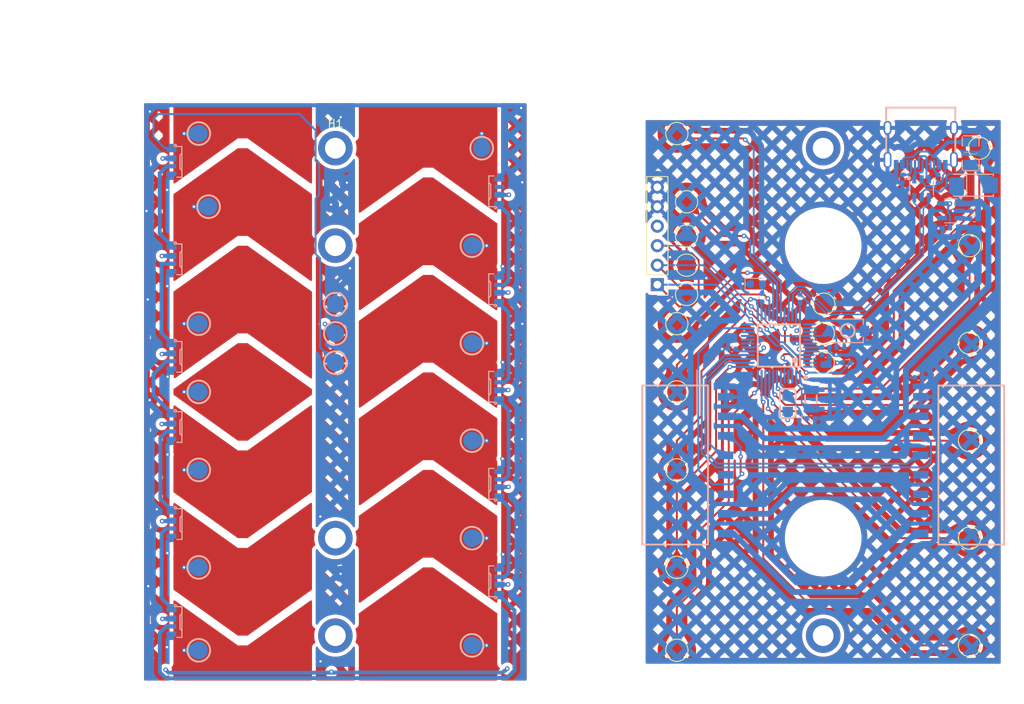
<source format=kicad_pcb>
(kicad_pcb (version 20241229) (generator "pcbnew") (generator_version "9.0")
  (layers (0 "F.Cu" signal "Front") (4 "In1.Cu" power) (6 "In2.Cu" power) (2 "B.Cu" signal "Back") (13 "F.Paste" user) (15 "B.Paste" user) (5 "F.SilkS" user "F.Silkscreen") (7 "B.SilkS" user "B.Silkscreen") (1 "F.Mask" user) (3 "B.Mask" user) (25 "Edge.Cuts" user))
  (net 0 "")
  (net 1 "+3V3")
  (net 2 "GND")
  (net 3 "Net-(F2-Pad2)")
  (net 4 "Net-(U3-VDDCORE)")
  (net 5 "Net-(U3-VDDANA)")
  (net 6 "TX_1")
  (net 7 "RX_1")
  (net 8 "TX_0")
  (net 9 "RX_0")
  (net 10 "DN_PRE")
  (net 11 "DN")
  (net 12 "DP_PRE")
  (net 13 "DP")
  (net 14 "USB_VBUS")
  (net 15 "Net-(U3-PA01)")
  (net 18 "HEADER_VBUS")
  (net 19 "AUDIO_R_IN")
  (net 20 "AUDIO_L_IN")
  (net 23 "Net-(U2-EN)")
  (net 24 "Net-(U3-PA00)")
  (net 25 "Net-(D1-A)")
  (net 26 "NEO")
  (net 27 "SWD_IO")
  (net 28 "SWD_CLK")
  (net 29 "SAMD_RESET")
  (net 30 "D13_LED")
  (net 43 "FP_GND")
  (net 44 "FP+3V3")
  (net 45 "FP_NEO")
  (net 46 "FP_TOUCH_1")
  (net 47 "FP_TOUCH_2")
  (net 48 "FP_TOUCH_3")
  (net 49 "FP_TOUCH_4")
  (net 50 "FP_TOUCH_5")
  (net 51 "FP_TOUCH_6")
  (net 52 "FP_TOUCH_7")
  (net 53 "FP_TOUCH_8")
  (net 54 "Net-(LED1-DOUT)")
  (net 55 "Net-(LED2-DOUT)")
  (net 56 "Net-(LED3-DOUT)")
  (net 57 "Net-(LED4-DOUT)")
  (net 58 "Net-(LED5-DOUT)")
  (net 59 "Net-(LED6-DOUT)")
  (net 60 "Net-(LED7-DOUT)")
  (net 61 "TOUCH_8")
  (net 62 "TOUCH_2")
  (net 63 "TOUCH_4")
  (net 64 "FP_TOUCH_9")
  (net 65 "TOUCH_7")
  (net 66 "TOUCH_1")
  (net 67 "TOUCH_5")
  (net 68 "TOUCH_3")
  (net 69 "FP_TOUCH_10")
  (net 70 "FP_TOUCH_11")
  (net 71 "TOUCH_6")
  (net 72 "FP_TOUCH_12")
  (net 73 "Net-(R1-Pad2)")
  (net 80 "TOUCH_9")
  (net 81 "TOUCH_10")
  (net 82 "TOUCH_11")
  (net 83 "TOUCH_12")
  (net 84 "FP_TOUCH_13")
  (net 85 "TOUCH_13")
  (net 86 "Net-(U4-CC1)")
  (net 87 "Net-(U4-CC2)")
  (net 92 "Net-(LED8-DOUT)")
  (net 93 "Net-(LED10-DIN)")
  (net 94 "Net-(LED10-DOUT)")
  (footprint "MountingHole:MountingHole_2.7mm_M2.5_ISO7380_Pad_TopBottom" (layer "F.Cu") (at 88.9 133.35)
    (property "Reference" "H4" (hide yes))
    (property "Value" "MountingHole_Pad" (hide yes))
  )
  (footprint "TestPoint:TestPoint_Pad_D2.5mm" (layer "F.Cu") (at 134.62 85.09)
    (property "Reference" "TP17" (hide yes))
    (property "Value" "TestPoint")
  )
  (footprint "TestPoint:TestPoint_Pad_D2.5mm" (layer "F.Cu") (at 133.35 92.71)
    (property "Reference" "TP14" (hide yes))
    (property "Value" "TestPoint")
  )
  (footprint "TestPoint:TestPoint_Pad_D2.5mm" (layer "F.Cu") (at 133.35 111.76)
    (property "Reference" "TP12" (hide yes))
    (property "Value" "TestPoint")
  )
  (footprint "TestPoint:TestPoint_Pad_D2.5mm" (layer "F.Cu") (at 152.4762 90.17)
    (property "Reference" "TP1" (hide yes))
    (property "Value" "TestPoint")
  )
  (footprint "TestPoint:TestPoint_Pad_D2.5mm" (layer "F.Cu") (at 171.45 134.62)
    (property "Reference" "TP9" (hide yes))
    (property "Value" "TestPoint")
  )
  (footprint "TestPoint:TestPoint_Pad_D2.5mm" (layer "F.Cu") (at 134.62 81.28)
    (property "Reference" "TP18" (hide yes))
    (property "Value" "TestPoint")
  )
  (footprint "TestPoint:TestPoint_Pad_D2.5mm" (layer "F.Cu") (at 133.35 135.255)
    (property "Reference" "TP10" (hide yes))
    (property "Value" "TestPoint")
  )
  (footprint "TestPoint:TestPoint_Pad_D2.5mm" (layer "F.Cu") (at 134.62 76.835)
    (property "Reference" "TP15" (hide yes))
    (property "Value" "TestPoint")
  )
  (footprint "MountingHole:MountingHole_2.7mm_M2.5_ISO7380_Pad_TopBottom" (layer "F.Cu") (at 152.4 133.35)
    (property "Reference" "H6" (hide yes))
    (property "Value" "MountingHole_Pad" (hide yes))
  )
  (footprint "MountingHole:MountingHole_2.7mm_M2.5_ISO7380_Pad_TopBottom" (layer "F.Cu") (at 88.9 120.65)
    (property "Reference" "H3" (hide yes))
    (property "Value" "MountingHole_Pad" (hide yes))
  )
  (footprint "TestPoint:TestPoint_Pad_D2.5mm" (layer "F.Cu") (at 172.72 69.85)
    (property "Reference" "TP4" (hide yes))
    (property "Value" "TestPoint")
  )
  (footprint "TestPoint:TestPoint_Pad_D2.5mm" (layer "F.Cu") (at 152.4 97.79)
    (property "Reference" "TP3" (hide yes))
    (property "Value" "TestPoint")
  )
  (footprint "MountingHole:MountingHole_2.7mm_M2.5_ISO7380_Pad_TopBottom" (layer "F.Cu") (at 88.9 69.85)
    (property "Reference" "H1")
    (property "Value" "MountingHole_Pad" (hide yes))
  )
  (footprint "TestPoint:TestPoint_Pad_D2.5mm" (layer "F.Cu") (at 171.45 95.25)
    (property "Reference" "TP6" (hide yes))
    (property "Value" "TestPoint")
  )
  (footprint "MountingHole:MountingHole_2.7mm_M2.5_ISO7380_Pad_TopBottom" (layer "F.Cu") (at 152.4 69.85)
    (property "Reference" "H5" (hide yes))
    (property "Value" "MountingHole_Pad" (hide yes))
  )
  (footprint "TestPoint:TestPoint_Pad_D2.5mm" (layer "F.Cu") (at 152.4 93.98)
    (property "Reference" "TP2" (hide yes))
    (property "Value" "TestPoint")
  )
  (footprint "MountingHole:MountingHole_2.7mm_M2.5_ISO7380_Pad_TopBottom" (layer "F.Cu") (at 88.9 82.55)
    (property "Reference" "H2" (hide yes))
    (property "Value" "MountingHole_Pad" (hide yes))
  )
  (footprint "TestPoint:TestPoint_Pad_D2.5mm" (layer "F.Cu") (at 134.62 88.9)
    (property "Reference" "TP19" (hide yes))
    (property "Value" "TestPoint")
  )
  (footprint "TestPoint:TestPoint_Pad_D2.5mm" (layer "F.Cu") (at 171.45 120.65)
    (property "Reference" "TP8" (hide yes))
    (property "Value" "TestPoint")
  )
  (footprint "TestPoint:TestPoint_Pad_D2.5mm" (layer "F.Cu") (at 171.45 82.55)
    (property "Reference" "TP5" (hide yes))
    (property "Value" "TestPoint")
  )
  (footprint "TestPoint:TestPoint_Pad_D2.5mm" (layer "F.Cu") (at 171.45 107.95)
    (property "Reference" "TP7" (hide yes))
    (property "Value" "TestPoint")
  )
  (footprint "TestPoint:TestPoint_Pad_D2.5mm" (layer "F.Cu") (at 133.35 101.6)
    (property "Reference" "TP13" (hide yes))
    (property "Value" "TestPoint")
  )
  (footprint "TestPoint:TestPoint_Pad_D2.5mm" (layer "F.Cu") (at 133.35 124.46)
    (property "Reference" "TP11" (hide yes))
    (property "Value" "TestPoint")
  )
  (footprint "Connector_PinHeader_2.54mm:PinHeader_1x06_P2.54mm_Vertical" (layer "F.Cu") (at 130.81 87.63 180)
    (property "Reference" "J4" (hide yes))
    (property "Value" "Conn_01x06")
  )
  (footprint "TestPoint:TestPoint_Pad_D2.5mm" (layer "F.Cu") (at 133.35 67.945)
    (property "Reference" "TP16" (hide yes))
    (property "Value" "TestPoint")
  )
  (footprint "easyeda2kicad:F1206" (layer "B.Cu") (at 171.6024 70.5104 90)
    (property "Reference" "F2" (hide yes))
    (property "Value" "BSMD1206-200-6V")
  )
  (footprint "easyeda2kicad:TQFP-48_L7.0-W7.0-P0.50-LS9.0-BL" (layer "B.Cu") (at 146.6342 95.5548 180)
    (property "Reference" "U3" (hide yes))
    (property "Value" "ATSAMD21G18A-AU")
  )
  (footprint "easyeda2kicad:FC-135R_L3.2-W1.5" (layer "B.Cu") (at 150.8006 102.5584 -90)
    (property "Reference" "X1" (hide yes))
    (property "Value" "Q13FC1350000400")
  )
  (footprint "Capacitor_SMD:C_0402_1005Metric" (layer "B.Cu") (at 152.7356 96.7626 180)
    (property "Reference" "C4" (hide yes))
    (property "Value" "0.1u")
  )
  (footprint "easyeda2kicad:LED-SMD_4P-L4.0-W1.6-L" (layer "B.Cu") (at 110.236 126.2634 90)
    (property "Reference" "LED7" (hide yes))
    (property "Value" "SK6812SIDE-A_C5378721")
  )
  (footprint "easyeda2kicad:LED-SMD_4P-L4.0-W1.6-L" (layer "B.Cu") (at 110.236 75.4634 90)
    (property "Reference" "LED11" (hide yes))
    (property "Value" "SK6812SIDE-A_C5378721")
  )
  (footprint "easyeda2kicad:TESTPOINT-SMD_BD2.0-H3.0" (layer "B.Cu") (at 71.12 67.945)
    (property "Reference" "CN16" (hide yes))
    (property "Value" "BWCD-L4.0W2.0H1.0")
  )
  (footprint "Capacitor_SMD:C_0402_1005Metric" (layer "B.Cu") (at 164.818 99.7204)
    (property "Reference" "C11" (hide yes))
    (property "Value" "10u")
  )
  (footprint "easyeda2kicad:TESTPOINT-SMD_BD2.0-H3.0" (layer "B.Cu") (at 71.12 92.71)
    (property "Reference" "CN14" (hide yes))
    (property "Value" "BWCD-L4.0W2.0H1.0")
  )
  (footprint "easyeda2kicad:TESTPOINT-SMD_BD2.0-H3.0" (layer "B.Cu") (at 71.12 111.76)
    (property "Reference" "CN1" (hide yes))
    (property "Value" "BWCD-L4.0W2.0H1.0")
  )
  (footprint "Resistor_SMD:R_0402_1005Metric" (layer "B.Cu") (at 172.085 79.0448)
    (property "Reference" "R4" (hide yes))
    (property "Value" "10K")
  )
  (footprint "easyeda2kicad:LED-SMD_4P-L4.0-W1.6-L" (layer "B.Cu") (at 67.564 131.572 -90)
    (property "Reference" "LED6" (hide yes))
    (property "Value" "SK6812SIDE-A_C5378721")
  )
  (footprint "easyeda2kicad:TESTPOINT-SMD_BD2.0-H3.0" (layer "B.Cu") (at 88.9 93.98)
    (property "Reference" "CN4" (hide yes))
    (property "Value" "BWCD-L4.0W2.0H1.0")
  )
  (footprint "Resistor_SMD:R_0402_1005Metric" (layer "B.Cu") (at 162.687 73.8124 90)
    (property "Reference" "R3" (hide yes))
    (property "Value" "5.1k")
  )
  (footprint "easyeda2kicad:HDR-SMD_8P-P2.54-H-F-L11.5" (layer "B.Cu") (at 139.7 111.125 90)
    (property "Reference" "J2" (hide yes))
    (property "Value" "Conn_01x08")
  )
  (footprint "easyeda2kicad:USB-C-SMD_G-SWITCH_GT-USB-7010ASV" (layer "B.Cu") (at 165.1 69.596)
    (property "Reference" "U4" (hide yes))
    (property "Value" "GT-USB-7010ASV")
  )
  (footprint "easyeda2kicad:LED-SMD_4P-L4.0-W1.6-L" (layer "B.Cu") (at 110.226 100.9254 90)
    (property "Reference" "LED9" (hide yes))
    (property "Value" "SK6812SIDE-A_C5378721")
  )
  (footprint "Capacitor_SMD:C_0402_1005Metric" (layer "B.Cu") (at 150.8278 105.0544)
    (property "Reference" "C5" (hide yes))
    (property "Value" "0.1u")
  )
  (footprint "easyeda2kicad:TESTPOINT-SMD_BD2.0-H3.0" (layer "B.Cu") (at 106.68 95.25)
    (property "Reference" "CN8" (hide yes))
    (property "Value" "BWCD-L4.0W2.0H1.0")
  )
  (footprint "easyeda2kicad:TESTPOINT-SMD_BD2.0-H3.0" (layer "B.Cu") (at 106.68 107.95)
    (property "Reference" "CN9" (hide yes))
    (property "Value" "BWCD-L4.0W2.0H1.0")
  )
  (footprint "Capacitor_SMD:C_0402_1005Metric" (layer "B.Cu") (at 152.7864 103.8238)
    (property "Reference" "C7" (hide yes))
    (property "Value" "15p")
  )
  (footprint "easyeda2kicad:TESTPOINT-SMD_BD2.0-H3.0" (layer "B.Cu") (at 72.39 77.47)
    (property "Reference" "CN15" (hide yes))
    (property "Value" "BWCD-L4.0W2.0H1.0")
  )
  (footprint "Resistor_SMD:R_0402_1005Metric" (layer "B.Cu") (at 154.6406 95.7974)
    (property "Reference" "R2" (hide yes))
    (property "Value" "10K")
  )
  (footprint "easyeda2kicad:LED-SMD_4P-L4.0-W1.6-L" (layer "B.Cu") (at 110.226 88.2254 90)
    (property "Reference" "LED10" (hide yes))
    (property "Value" "SK6812SIDE-A_C5378721")
  )
  (footprint "easyeda2kicad:TESTPOINT-SMD_BD2.0-H3.0" (layer "B.Cu") (at 88.9 97.79)
    (property "Reference" "CN5" (hide yes))
    (property "Value" "BWCD-L4.0W2.0H1.0")
  )
  (footprint "easyeda2kicad:TESTPOINT-SMD_BD2.0-H3.0" (layer "B.Cu") (at 106.68 82.55)
    (property "Reference" "CN7" (hide yes))
    (property "Value" "BWCD-L4.0W2.0H1.0")
  )
  (footprint "Resistor_SMD:R_0402_1005Metric" (layer "B.Cu") (at 155.45 97.79 180)
    (property "Reference" "R1" (hide yes))
    (property "Value" "470")
  )
  (footprint "easyeda2kicad:LED-SMD_4P-L4.0-W1.6-L" (layer "B.Cu") (at 67.574 118.814 -90)
    (property "Reference" "LED5" (hide yes))
    (property "Value" "SK6812SIDE-A_C5378721")
  )
  (footprint "easyeda2kicad:TESTPOINT-SMD_BD2.0-H3.0" (layer "B.Cu") (at 88.9 90.17)
    (property "Reference" "CN3" (hide yes))
    (property "Value" "BWCD-L4.0W2.0H1.0")
  )
  (footprint "easyeda2kicad:LED-SMD_4P-L4.0-W1.6-L" (layer "B.Cu") (at 67.564 84.328 -90)
    (property "Reference" "LED2" (hide yes))
    (property "Value" "SK6812SIDE-A_C5378721")
  )
  (footprint "Capacitor_SMD:C_0402_1005Metric" (layer "B.Cu") (at 149.2758 104.775 -90)
    (property "Reference" "C6" (hide yes))
    (property "Value" "10u")
  )
  (footprint "Capacitor_SMD:C_0402_1005Metric" (layer "B.Cu") (at 152.7864 101.3092)
    (property "Reference" "C8" (hide yes))
    (property "Value" "15p")
  )
  (footprint "Resistor_SMD:R_0402_1005Metric" (layer "B.Cu") (at 167.3606 73.8378 90)
    (property "Reference" "R5" (hide yes))
    (property "Value" "5.1k")
  )
  (footprint "easyeda2kicad:SOT-23-6_L2.9-W1.6-P0.95-LS2.8-BL" (layer "B.Cu") (at 165.2118 75.064)
    (property "Reference" "D2" (hide yes))
    (property "Value" "USBLC6-2SC6")
  )
  (footprint "Capacitor_SMD:C_0402_1005Metric" (layer "B.Cu") (at 172.085 78.0288 180)
    (property "Reference" "C25" (hide yes))
    (property "Value" "10u")
  )
  (footprint "easyeda2kicad:LED-SMD_4P-L4.0-W1.6-L" (layer "B.Cu") (at 67.564 71.628 -90)
    (property "Reference" "LED1" (hide yes))
    (property "Value" "SK6812SIDE-A_C5378721")
  )
  (footprint "easyeda2kicad:TESTPOINT-SMD_BD2.0-H3.0" (layer "B.Cu") (at 107.95 69.85)
    (property "Reference" "CN6" (hide yes))
    (property "Value" "BWCD-L4.0W2.0H1.0")
  )
  (footprint "easyeda2kicad:TESTPOINT-SMD_BD2.0-H3.0" (layer "B.Cu") (at 106.68 134.62)
    (property "Reference" "CN11" (hide yes))
    (property "Value" "BWCD-L4.0W2.0H1.0")
  )
  (footprint "easyeda2kicad:TESTPOINT-SMD_BD2.0-H3.0" (layer "B.Cu") (at 71.12 101.6)
    (property "Reference" "CN2" (hide yes))
    (property "Value" "BWCD-L4.0W2.0H1.0")
  )
  (footprint "easyeda2kicad:LED-SMD_4P-L4.0-W1.6-L" (layer "B.Cu") (at 67.564 106.172 -90)
    (property "Reference" "LED4" (hide yes))
    (property "Value" "SK6812SIDE-A_C5378721")
  )
  (footprint "easyeda2kicad:TESTPOINT-SMD_BD2.0-H3.0" (layer "B.Cu") (at 106.68 120.65)
    (property "Reference" "CN10" (hide yes))
    (property "Value" "BWCD-L4.0W2.0H1.0")
  )
  (footprint "easyeda2kicad:LED-SMD_4P-L4.0-W1.6-L" (layer "B.Cu") (at 110.236 113.5634 90)
    (property "Reference" "LED8" (hide yes))
    (property "Value" "SK6812SIDE-A_C5378721")
  )
  (footprint "Capacitor_SMD:C_0402_1005Metric" (layer "B.Cu") (at 140.5208 96.0006)
    (property "Reference" "C1" (hide yes))
    (property "Value" "0.1u")
  )
  (footprint "easyeda2kicad:SW-SMD_L3.9-W3.0-P4.45" (layer "B.Cu") (at 155.5804 93.6384 180)
    (property "Reference" "SW1" (hide yes))
    (property "Value" "RST")
  )
  (footprint "LED_SMD:LED_0603_1608Metric" (layer "B.Cu") (at 143.7185 87.5424)
    (property "Reference" "D1" (hide yes))
    (property "Value" "LED")
  )
  (footprint "Capacitor_SMD:C_0402_1005Metric" (layer "B.Cu") (at 149.3828 89.3966 -90)
    (property "Reference" "C2" (hide yes))
    (property "Value" "0.1u")
  )
  (footprint "easyeda2kicad:HDR-SMD_8P-P2.54-H-F-L11.5" (layer "B.Cu") (at 165.1 111.125 -90)
    (property "Reference" "J3" (hide yes))
    (property "Value" "Conn_01x08")
  )
  (footprint "easyeda2kicad:TESTPOINT-SMD_BD2.0-H3.0" (layer "B.Cu") (at 71.12 124.46)
    (property "Reference" "CN13" (hide yes))
    (property "Value" "BWCD-L4.0W2.0H1.0")
  )
  (footprint "Capacitor_SMD:C_0402_1005Metric" (layer "B.Cu") (at 152.7382 95.7974 180)
    (property "Reference" "C3" (hide yes))
    (property "Value" "0.1u")
  )
  (footprint "easyeda2kicad:TESTPOINT-SMD_BD2.0-H3.0" (layer "B.Cu") (at 71.12 135.255)
    (property "Reference" "CN12" (hide yes))
    (property "Value" "BWCD-L4.0W2.0H1.0")
  )
  (footprint "Resistor_SMD:R_0402_1005Metric" (layer "B.Cu") (at 144.4244 89.3184 -90)
    (property "Reference" "R6" (hide yes))
    (property "Value" "5.1k")
  )
  (footprint "Capacitor_SMD:C_0402_1005Metric" (layer "B.Cu") (at 168.43 80.264 180)
    (property "Reference" "C24" (hide yes))
    (property "Value" "10u")
  )
  (footprint "easyeda2kicad:LED-SMD_4P-L4.0-W1.6-L" (layer "B.Cu") (at 67.564 97.028 -90)
    (property "Reference" "LED3" (hide yes))
    (property "Value" "SK6812SIDE-A_C5378721")
  )
  (footprint "easyeda2kicad:SMA_L4.3-W2.6-LS5.2-RD" (layer "B.Cu") (at 171.958 74.676)
    (property "Reference" "D3" (hide yes))
    (property "Value" "SS34_C8678")
  )
  (footprint "Package_TO_SOT_SMD:SOT-23-5" (layer "B.Cu") (at 169.0116 78.0147 180)
    (property "Reference" "U2" (hide yes))
    (property "Value" "AP2112K-3.3")
  )
  (footprint "easyeda2kicad:L0805" (layer "B.Cu") (at 147.7826 103.138 -90)
    (property "Reference" "L1" (hide yes))
    (property "Value" "GZ2012D601TF")
  )
  (gr_line (start 128.8 137.5) (end 128.8 65.7) (stroke (width 0.0002)) (layer "Edge.Cuts"))
  (gr_line (start 176 137.5) (end 128.8 137.5) (stroke (width 0.0002)) (layer "Edge.Cuts"))
  (gr_line (start 63.5 139.3) (end 63.5 63.899999) (stroke (width 0.0002)) (layer "Edge.Cuts"))
  (gr_circle (center 152.4 120.65) (end 156.9 120.65) (stroke (width 0.0002)) (fill no) (layer "Edge.Cuts"))
  (gr_line (start 113.900001 63.5) (end 63.899999 63.5) (stroke (width 0.0002)) (layer "Edge.Cuts"))
  (gr_line (start 176 65.7) (end 128.8 65.7) (stroke (width 0.0002)) (layer "Edge.Cuts"))
  (gr_line (start 113.9 139.7) (end 63.899999 139.7) (stroke (width 0.0002)) (layer "Edge.Cuts"))
  (gr_arc (start 63.5 63.899999) (mid 63.617157 63.617157) (end 63.899999 63.5) (stroke (width 0.0002)) (layer "Edge.Cuts"))
  (gr_circle (center 152.4 82.55) (end 156.9 82.55) (stroke (width 0.0002)) (fill no) (layer "Edge.Cuts"))
  (gr_line (start 114.3 139.300001) (end 114.3 63.899998) (stroke (width 0.0002)) (layer "Edge.Cuts"))
  (gr_arc (start 114.3 139.300001) (mid 114.182843 139.582843) (end 113.9 139.7) (stroke (width 0.0002)) (layer "Edge.Cuts"))
  (gr_arc (start 63.899999 139.7) (mid 63.617157 139.582843) (end 63.5 139.3) (stroke (width 0.0002)) (layer "Edge.Cuts"))
  (gr_circle (center 152.4 133.35) (end 153.9 133.35) (stroke (width 0.0002)) (fill no) (layer "Edge.Cuts"))
  (gr_line (start 176 137.5) (end 176 65.7) (stroke (width 0.0002)) (layer "Edge.Cuts"))
  (gr_circle (center 152.4 69.85) (end 153.9 69.85) (stroke (width 0.0002)) (fill no) (layer "Edge.Cuts"))
  (gr_arc (start 113.900001 63.5) (mid 114.182843 63.617157) (end 114.3 63.899998) (stroke (width 0.0002)) (layer "Edge.Cuts"))
  (segment (start 154.1694 93.98) (end 155.1486 94.9592) (width 0.762) (layer "F.Cu") (net 1))
  (segment (start 152.4 93.98) (end 154.1694 93.98) (width 0.762) (layer "F.Cu") (net 1))
  (via (at 168.8846 77.0636) (size 0.6) (drill 0.3) (layers "F.Cu" "B.Cu") (net 1))
  (via (at 149.253942 96.048629) (size 0.6) (drill 0.3) (layers "F.Cu" "B.Cu") (net 1))
  (via (at 147.7826 105.2462) (size 0.6) (drill 0.3) (layers "F.Cu" "B.Cu") (net 1))
  (via (at 155.1486 94.9592) (size 0.6) (drill 0.3) (layers "F.Cu" "B.Cu") (net 1))
  (via (at 148.951 93.6384) (size 0.6) (drill 0.3) (layers "F.Cu" "B.Cu") (net 1))
  (via (at 144.6584 95.8482) (size 0.6) (drill 0.3) (layers "F.Cu" "B.Cu") (net 1))
  (segment (start 168.663 77.2852) (end 168.8846 77.0636) (width 0.254) (layer "B.Cu") (net 1))
  (segment (start 149.3828 89.8766) (end 149.3828 91.5034) (width 0.2) (layer "B.Cu") (net 1))
  (segment (start 152.2276 96.7626) (end 151.7698 96.3048) (width 0.2) (layer "B.Cu") (net 1))
  (segment (start 149.3842 93.2052) (end 148.951 93.6384) (width 0.2) (layer "B.Cu") (net 1))
  (segment (start 141.305 96.3048) (end 142.5842 96.3048) (width 0.2) (layer "B.Cu") (net 1))
  (segment (start 151.7698 96.3048) (end 150.6842 96.3048) (width 0.2) (layer "B.Cu") (net 1))
  (segment (start 149.253942 96.151142) (end 149.4076 96.3048) (width 0.2) (layer "B.Cu") (net 1))
  (segment (start 144.6584 96.008945) (end 144.6244 96.042945) (width 0.2) (layer "B.Cu") (net 1))
  (segment (start 168.91 80.264) (end 168.91 78.535927) (width 0.254) (layer "B.Cu") (net 1))
  (segment (start 152.2556 96.7626) (end 152.2276 96.7626) (width 0.2) (layer "B.Cu") (net 1))
  (segment (start 144.6584 95.8482) (end 144.6584 96.008945) (width 0.2) (layer "B.Cu") (net 1))
  (segment (start 149.3842 91.5048) (end 149.3842 93.2052) (width 0.2) (layer "B.Cu") (net 1))
  (segment (start 149.4076 96.3048) (end 150.6842 96.3048) (width 0.2) (layer "B.Cu") (net 1))
  (segment (start 144.6244 96.042945) (end 144.6244 96.046343) (width 0.2) (layer "B.Cu") (net 1))
  (segment (start 144.365943 96.3048) (end 142.5842 96.3048) (width 0.2) (layer "B.Cu") (net 1))
  (segment (start 168.91 77.089) (end 168.8846 77.0636) (width 0.254) (layer "B.Cu") (net 1))
  (segment (start 141.0008 96.0006) (end 141.305 96.3048) (width 0.2) (layer "B.Cu") (net 1))
  (segment (start 147.7826 104.108) (end 147.7826 105.2462) (width 0.2) (layer "B.Cu") (net 1))
  (segment (start 149.253942 96.048629) (end 149.253942 96.151142) (width 0.2) (layer "B.Cu") (net 1))
  (segment (start 149.3828 91.5034) (end 149.3842 91.5048) (width 0.2) (layer "B.Cu") (net 1))
  (segment (start 168.91 78.535927) (end 168.663 78.288927) (width 0.254) (layer "B.Cu") (net 1))
  (segment (start 144.6244 96.046343) (end 144.365943 96.3048) (width 0.2) (layer "B.Cu") (net 1))
  (segment (start 155.1506 95.7974) (end 155.1506 94.9612) (width 0.2) (layer "B.Cu") (net 1))
  (segment (start 155.1506 94.9612) (end 155.1486 94.9592) (width 0.2) (layer "B.Cu") (net 1))
  (segment (start 167.8741 77.0647) (end 168.8835 77.0647) (width 0.508) (layer "B.Cu") (net 1))
  (segment (start 168.8835 77.0647) (end 168.8846 77.0636) (width 0.508) (layer "B.Cu") (net 1))
  (segment (start 168.663 78.288927) (end 168.663 77.2852) (width 0.254) (layer "B.Cu") (net 1))
  (via (at 137.1854 86.7664) (size 0.6) (drill 0.3) (layers "F.Cu" "B.Cu") (net 2))
  (via (at 169.291 78.0288) (size 0.6) (drill 0.3) (layers "F.Cu" "B.Cu") (net 2))
  (via (at 148.316 93.0034) (size 0.6) (drill 0.3) (layers "F.Cu" "B.Cu") (net 2))
  (via (at 139.2428 96.012) (size 0.6) (drill 0.3) (layers "F.Cu" "B.Cu") (net 2))
  (via (at 143.97776 95.395369) (size 0.6) (drill 0.3) (layers "F.Cu" "B.Cu") (net 2))
  (via (at 141.9352 87.503) (size 0.6) (drill 0.3) (layers "F.Cu" "B.Cu") (net 2))
  (via (at 150.3934 90.3224) (size 0.6) (drill 0.3) (layers "F.Cu" "B.Cu") (net 2))
  (via (at 149.0018 95.2894) (size 0.6) (drill 0.3) (layers "F.Cu" "B.Cu") (net 2))
  (via (at 154.1018 96.7486) (size 0.6) (drill 0.3) (layers "F.Cu" "B.Cu") (net 2))
  (via (at 132.461 84.0486) (size 0.6) (drill 0.3) (layers "F.Cu" "B.Cu") (net 2))
  (via (at 147.3762 98.1596) (size 0.6) (drill 0.3) (layers "F.Cu" "B.Cu") (net 2))
  (via (at 167.4114 80.2894) (size 0.6) (drill 0.3) (layers "F.Cu" "B.Cu") (net 2))
  (via (at 145.415 97.155) (size 0.6) (drill 0.3) (layers "F.Cu" "B.Cu") (net 2))
  (segment (start 141.9746 87.5424) (end 141.9352 87.503) (width 0.254) (layer "B.Cu") (net 2))
  (segment (start 169.3051 78.0147) (end 169.291 78.0288) (width 0.254) (layer "B.Cu") (net 2))
  (segment (start 169.2148 71.5812) (end 169.42 71.376) (width 0.2) (layer "B.Cu") (net 2))
  (segment (start 154.0878 96.7626) (end 154.1018 96.7486) (width 0.2) (layer "B.Cu") (net 2))
  (segment (start 140.0408 96.0006) (end 139.2542 96.0006) (width 0.2) (layer "B.Cu") (net 2))
  (segment (start 171.605 78.0288) (end 170.1632 78.0288) (width 0.254) (layer "B.Cu") (net 2))
  (segment (start 167.975 74.106199) (end 167.975 73.744722) (width 0.254) (layer "B.Cu") (net 2))
  (segment (start 168.002 73.353117) (end 168.002 73.717722) (width 0.2) (layer "B.Cu") (net 2))
  (segment (start 165.5318 74.4728) (end 165.5318 74.5744) (width 0.254) (layer "B.Cu") (net 2))
  (segment (start 148.7732 93.0034) (end 148.8842 92.8924) (width 0.2) (layer "B.Cu") (net 2))
  (segment (start 165.5318 74.5744) (end 165.7604 74.803) (width 0.254) (layer "B.Cu") (net 2))
  (segment (start 168.3 73.055116) (end 168.002 73.353117) (width 0.2) (layer "B.Cu") (net 2))
  (segment (start 149.0018 95.2894) (end 149.2504 95.2894) (width 0.2) (layer "B.Cu") (net 2))
  (segment (start 143.97776 95.395369) (end 143.568329 95.8048) (width 0.2) (layer "B.Cu") (net 2))
  (segment (start 143.568329 95.8048) (end 142.5842 95.8048) (width 0.2) (layer "B.Cu") (net 2))
  (segment (start 166.9796 74.803) (end 167.4114 74.3712) (width 0.254) (layer "B.Cu") (net 2))
  (segment (start 149.2504 95.2894) (end 149.2658 95.3048) (width 0.2) (layer "B.Cu") (net 2))
  (segment (start 167.731399 74.3498) (end 167.975 74.106199) (width 0.254) (layer "B.Cu") (net 2))
  (segment (start 165.2118 74.1528) (end 165.5318 74.4728) (width 0.254) (layer "B.Cu") (net 2))
  (segment (start 162.687 74.3224) (end 162.367001 74.3224) (width 0.508) (layer "B.Cu") (net 2))
  (segment (start 165.7604 74.803) (end 166.9796 74.803) (width 0.254) (layer "B.Cu") (net 2))
  (segment (start 147.3842 99.6048) (end 147.3842 98.1676) (width 0.2) (layer "B.Cu") (net 2))
  (segment (start 161.9 73.855399) (end 161.9 71.996) (width 0.508) (layer "B.Cu") (net 2))
  (segment (start 167.4368 80.264) (end 167.4114 80.2894) (width 0.508) (layer "B.Cu") (net 2))
  (segment (start 148.8842 92.8924) (end 148.8842 91.5048) (width 0.2) (layer "B.Cu") (net 2))
  (segment (start 147.3842 98.1676) (end 147.3762 98.1596) (width 0.2) (layer "B.Cu") (net 2))
  (segment (start 149.3828 88.9166) (end 149.4194 88.9166) (width 0.254) (layer "B.Cu") (net 2))
  (segment (start 169.2148 72.0344) (end 169.2148 71.5812) (width 0.2) (layer "B.Cu") (net 2))
  (segment (start 165.2118 73.914) (end 165.2118 74.1528) (width 0.254) (layer "B.Cu") (net 2))
  (segment (start 169.1764 71.996) (end 169.2148 72.0344) (width 0.2) (layer "B.Cu") (net 2))
  (segment (start 165.2118 73.914) (end 165.2118 74.2544) (width 0.254) (layer "B.Cu") (net 2))
  (segment (start 149.2658 95.3048) (end 150.6842 95.3048) (width 0.2) (layer "B.Cu") (net 2))
  (segment (start 167.4114 74.3498) (end 167.731399 74.3498) (width 0.254) (layer "B.Cu") (net 2))
  (segment (start 170.1491 78.0147) (end 169.3051 78.0147) (width 0.254) (layer "B.Cu") (net 2))
  (segment (start 168.3 71.996) (end 169.1764 71.996) (width 0.2) (layer "B.Cu") (net 2))
  (segment (start 170.1632 78.0288) (end 170.1491 78.0147) (width 0.254) (layer "B.Cu") (net 2))
  (segment (start 142.931 87.5424) (end 141.9746 87.5424) (width 0.254) (layer "B.Cu") (net 2))
  (segment (start 149.4194 88.9166) (end 150.3934 89.8906) (width 0.254) (layer "B.Cu") (net 2))
  (segment (start 167.95 80.264) (end 167.4368 80.264) (width 0.508) (layer "B.Cu") (net 2))
  (segment (start 167.4114 74.3712) (end 167.4114 74.3498) (width 0.254) (layer "B.Cu") (net 2))
  (segment (start 150.3934 89.8906) (end 150.3934 90.3224) (width 0.254) (layer "B.Cu") (net 2))
  (segment (start 168.002 73.717722) (end 167.975 73.744722) (width 0.2) (layer "B.Cu") (net 2))
  (segment (start 139.2542 96.0006) (end 139.2428 96.012) (width 0.2) (layer "B.Cu") (net 2))
  (segment (start 168.3 71.996) (end 168.3 73.055116) (width 0.2) (layer "B.Cu") (net 2))
  (segment (start 148.316 93.0034) (end 148.7732 93.0034) (width 0.2) (layer "B.Cu") (net 2))
  (segment (start 153.2156 96.7626) (end 154.0878 96.7626) (width 0.2) (layer "B.Cu") (net 2))
  (segment (start 162.367001 74.3224) (end 161.9 73.855399) (width 0.508) (layer "B.Cu") (net 2))
  (segment (start 166.7552 71.048) (end 167.167808 71.048) (width 0.254) (layer "B.Cu") (net 3))
  (segment (start 166.8526 70.839603) (end 166.8526 70.921) (width 0.508) (layer "B.Cu") (net 3))
  (segment (start 162.7 71.996) (end 162.872 71.824) (width 0.254) (layer "B.Cu") (net 3))
  (segment (start 162.872 71.198192) (end 163.022192 71.048) (width 0.254) (layer "B.Cu") (net 3))
  (segment (start 167.167808 71.048) (end 167.328 71.208192) (width 0.254) (layer "B.Cu") (net 3))
  (segment (start 162.872 71.824) (end 162.872 71.198192) (width 0.254) (layer "B.Cu") (net 3))
  (segment (start 163.703 70.993) (end 164.084 70.993) (width 0.254) (layer "B.Cu") (net 3))
  (segment (start 163.022192 71.048) (end 163.648 71.048) (width 0.254) (layer "B.Cu") (net 3))
  (segment (start 168.631803 69.0604) (end 166.8526 70.839603) (width 0.508) (layer "B.Cu") (net 3))
  (segment (start 167.328 71.824) (end 167.5 71.996) (width 0.254) (layer "B.Cu") (net 3))
  (segment (start 165.989 70.2818) (end 166.7552 71.048) (width 0.254) (layer "B.Cu") (net 3))
  (segment (start 164.084 70.993) (end 164.7952 70.2818) (width 0.254) (layer "B.Cu") (net 3))
  (segment (start 164.7952 70.2818) (end 165.989 70.2818) (width 0.254) (layer "B.Cu") (net 3))
  (segment (start 166.8526 70.921) (end 166.7552 70.921) (width 0.508) (layer "B.Cu") (net 3))
  (segment (start 171.6024 69.0604) (end 168.631803 69.0604) (width 0.508) (layer "B.Cu") (net 3))
  (segment (start 163.648 71.048) (end 163.703 70.993) (width 0.254) (layer "B.Cu") (net 3))
  (segment (start 167.328 71.208192) (end 167.328 71.824) (width 0.254) (layer "B.Cu") (net 3))
  (segment (start 150.6842 95.8048) (end 152.2508 95.8048) (width 0.2) (layer "B.Cu") (net 4))
  (segment (start 152.2508 95.8048) (end 152.2582 95.7974) (width 0.2) (layer "B.Cu") (net 4))
  (segment (start 147.7826 102.168) (end 147.8286 102.168) (width 0.2) (layer "B.Cu") (net 5))
  (segment (start 149.2758 103.7676) (end 149.2758 104.295) (width 0.2) (layer "B.Cu") (net 5))
  (segment (start 149.1826 103.6744) (end 148.8367 103.3285) (width 0.2) (layer "B.Cu") (net 5))
  (segment (start 149.3066 103.7984) (end 149.1826 103.6744) (width 0.2) (layer "B.Cu") (net 5))
  (segment (start 148.8367 103.3285) (end 148.8367 103.1761) (width 0.2) (layer "B.Cu") (net 5))
  (segment (start 147.7826 102.168) (end 147.727 102.168) (width 0.2) (layer "B.Cu") (net 5))
  (segment (start 146.8842 99.6048) (end 146.8842 100.653073) (width 0.254) (layer "B.Cu") (net 5))
  (segment (start 146.8842 100.653073) (end 147.7826 101.551473) (width 0.254) (layer "B.Cu") (net 5))
  (segment (start 147.7826 101.551473) (end 147.7826 102.168) (width 0.254) (layer "B.Cu") (net 5))
  (segment (start 150.0352 105.0544) (end 150.3478 105.0544) (width 0.2) (layer "B.Cu") (net 5))
  (segment (start 149.1826 103.6744) (end 149.2758 103.7676) (width 0.2) (layer "B.Cu") (net 5))
  (segment (start 147.8286 102.168) (end 148.8367 103.1761) (width 0.2) (layer "B.Cu") (net 5))
  (segment (start 149.2758 104.295) (end 150.0352 105.0544) (width 0.2) (layer "B.Cu") (net 5))
  (segment (start 141.6558 112.0902) (end 141.8336 112.268) (width 0.254) (layer "F.Cu") (net 6))
  (segment (start 141.6558 110.0328) (end 141.6558 112.0902) (width 0.254) (layer "F.Cu") (net 6))
  (via (at 141.8336 112.268) (size 0.6) (drill 0.3) (layers "F.Cu" "B.Cu") (net 6))
  (via (at 141.6558 110.0328) (size 0.6) (drill 0.3) (layers "F.Cu" "B.Cu") (net 6))
  (segment (start 141.8336 112.268) (end 140.462 113.6396) (width 0.254) (layer "B.Cu") (net 6))
  (segment (start 140.462 113.6396) (end 138.0236 113.6396) (width 0.254) (layer "B.Cu") (net 6))
  (segment (start 141.6558 108.7374) (end 141.6558 110.0328) (width 0.254) (layer "B.Cu") (net 6))
  (segment (start 136.144 111.76) (end 136.144 96.5454) (width 0.254) (layer "B.Cu") (net 6))
  (segment (start 139.7 107.315) (end 140.2334 107.315) (width 0.254) (layer "B.Cu") (net 6))
  (segment (start 136.144 96.5454) (end 139.3846 93.3048) (width 0.254) (layer "B.Cu") (net 6))
  (segment (start 139.3846 93.3048) (end 142.5842 93.3048) (width 0.254) (layer "B.Cu") (net 6))
  (segment (start 138.0236 113.6396) (end 136.144 111.76) (width 0.254) (layer "B.Cu") (net 6))
  (segment (start 141.351 108.4326) (end 141.6558 108.7374) (width 0.254) (layer "B.Cu") (net 6))
  (segment (start 140.2334 107.315) (end 141.351 108.4326) (width 0.254) (layer "B.Cu") (net 6))
  (segment (start 140.602927 97.8048) (end 140.518927 97.7208) (width 0.254) (layer "B.Cu") (net 7))
  (segment (start 142.5842 97.8048) (end 140.602927 97.8048) (width 0.254) (layer "B.Cu") (net 7))
  (segment (start 137.5156 108.2548) (end 139.1158 109.855) (width 0.254) (layer "B.Cu") (net 7))
  (segment (start 140.518927 97.7208) (end 139.998673 97.7208) (width 0.254) (layer "B.Cu") (net 7))
  (segment (start 137.5156 100.203873) (end 137.5156 108.2548) (width 0.254) (layer "B.Cu") (net 7))
  (segment (start 139.998673 97.7208) (end 137.5156 100.203873) (width 0.254) (layer "B.Cu") (net 7))
  (segment (start 139.1158 109.855) (end 139.7 109.855) (width 0.254) (layer "B.Cu") (net 7))
  (segment (start 139.810205 97.2658) (end 137.0606 100.015406) (width 0.254) (layer "B.Cu") (net 8))
  (segment (start 164.4904 109.855) (end 165.1 109.855) (width 0.254) (layer "B.Cu") (net 8))
  (segment (start 140.746394 97.3048) (end 140.707394 97.2658) (width 0.254) (layer "B.Cu") (net 8))
  (segment (start 137.0606 100.015406) (end 137.0606 109.3716) (width 0.254) (layer "B.Cu") (net 8))
  (segment (start 142.5842 97.3048) (end 140.746394 97.3048) (width 0.254) (layer "B.Cu") (net 8))
  (segment (start 137.0606 109.3716) (end 138.6362 110.9472) (width 0.254) (layer "B.Cu") (net 8))
  (segment (start 140.707394 97.2658) (end 139.810205 97.2658) (width 0.254) (layer "B.Cu") (net 8))
  (segment (start 138.6362 110.9472) (end 163.3982 110.9472) (width 0.254) (layer "B.Cu") (net 8))
  (segment (start 163.3982 110.9472) (end 164.4904 109.855) (width 0.254) (layer "B.Cu") (net 8))
  (segment (start 136.6056 99.8176) (end 139.6184 96.8048) (width 0.254) (layer "B.Cu") (net 9))
  (segment (start 138.475332 111.4298) (end 136.6056 109.560067) (width 0.254) (layer "B.Cu") (net 9))
  (segment (start 166.428 108.1858) (end 166.428 110.683) (width 0.254) (layer "B.Cu") (net 9))
  (segment (start 139.6184 96.8048) (end 142.5842 96.8048) (width 0.254) (layer "B.Cu") (net 9))
  (segment (start 166.428 110.683) (end 165.6812 111.4298) (width 0.254) (layer "B.Cu") (net 9))
  (segment (start 165.5572 107.315) (end 166.428 108.1858) (width 0.254) (layer "B.Cu") (net 9))
  (segment (start 136.6056 109.560067) (end 136.6056 99.8176) (width 0.254) (layer "B.Cu") (net 9))
  (segment (start 165.1 107.315) (end 165.5572 107.315) (width 0.254) (layer "B.Cu") (net 9))
  (segment (start 165.6812 111.4298) (end 138.475332 111.4298) (width 0.254) (layer "B.Cu") (net 9))
  (segment (start 164.2618 73.914) (end 164.35 73.8258) (width 0.254) (layer "B.Cu") (net 10))
  (segment (start 164.35 71.996) (end 164.35 72.922) (width 0.254) (layer "B.Cu") (net 10))
  (segment (start 164.35 72.922) (end 164.453 73.025) (width 0.254) (layer "B.Cu") (net 10))
  (segment (start 164.35 73.8258) (end 164.35 72.922) (width 0.254) (layer "B.Cu") (net 10))
  (segment (start 165.2016 73.025) (end 165.35 72.8766) (width 0.254) (layer "B.Cu") (net 10))
  (segment (start 164.453 73.025) (end 165.2016 73.025) (width 0.254) (layer "B.Cu") (net 10))
  (segment (start 165.35 72.8766) (end 165.35 71.996) (width 0.254) (layer "B.Cu") (net 10))
  (segment (start 164.9868 77.741501) (end 164.9868 83.615002) (width 0.2) (layer "B.Cu") (net 11))
  (segment (start 147.9432 91.4458) (end 147.8842 91.5048) (width 0.2) (layer "B.Cu") (net 11))
  (segment (start 149.925738 87.88562) (end 148.839862 87.88562) (width 0.2) (layer "B.Cu") (net 11))
  (segment (start 157.547002 91.0548) (end 153.094918 91.0548) (width 0.2) (layer "B.Cu") (net 11))
  (segment (start 153.094918 91.0548) (end 149.925738 87.88562) (width 0.2) (layer "B.Cu") (net 11))
  (segment (start 147.9432 88.782282) (end 147.9432 91.4458) (width 0.2) (layer "B.Cu") (net 11))
  (segment (start 164.2618 76.214) (end 164.2618 77.016501) (width 0.2) (layer "B.Cu") (net 11))
  (segment (start 164.9868 83.615002) (end 157.547002 91.0548) (width 0.2) (layer "B.Cu") (net 11))
  (segment (start 148.839862 87.88562) (end 147.9432 88.782282) (width 0.2) (layer "B.Cu") (net 11))
  (segment (start 164.2618 77.016501) (end 164.9868 77.741501) (width 0.2) (layer "B.Cu") (net 11))
  (segment (start 165.85 71.996) (end 165.85 73.6022) (width 0.254) (layer "B.Cu") (net 12))
  (segment (start 165.0286 70.8914) (end 165.7096 70.8914) (width 0.254) (layer "B.Cu") (net 12))
  (segment (start 164.85 71.07) (end 165.0286 70.8914) (width 0.254) (layer "B.Cu") (net 12))
  (segment (start 165.7096 70.8914) (end 165.85 71.0318) (width 0.254) (layer "B.Cu") (net 12))
  (segment (start 165.85 71.0318) (end 165.85 71.996) (width 0.254) (layer "B.Cu") (net 12))
  (segment (start 164.85 71.996) (end 164.85 71.07) (width 0.254) (layer "B.Cu") (net 12))
  (segment (start 165.85 73.6022) (end 166.1618 73.914) (width 0.254) (layer "B.Cu") (net 12))
  (segment (start 165.4382 83.802798) (end 157.734218 91.50678) (width 0.2) (layer "B.Cu") (net 13))
  (segment (start 148.4432 88.91865) (end 148.4432 91.5048) (width 0.2) (layer "B.Cu") (net 13))
  (segment (start 152.91053 91.50678) (end 149.73935 88.3356) (width 0.2) (layer "B.Cu") (net 13))
  (segment (start 165.4368 77.741501) (end 165.4368 83.801398) (width 0.2) (layer "B.Cu") (net 13))
  (segment (start 149.02625 88.3356) (end 148.4432 88.91865) (width 0.2) (layer "B.Cu") (net 13))
  (segment (start 149.73935 88.3356) (end 149.02625 88.3356) (width 0.2) (layer "B.Cu") (net 13))
  (segment (start 166.1618 76.214) (end 166.1618 77.016501) (width 0.2) (layer "B.Cu") (net 13))
  (segment (start 166.1618 77.016501) (end 165.4368 77.741501) (width 0.2) (layer "B.Cu") (net 13))
  (segment (start 157.734218 91.50678) (end 152.91053 91.50678) (width 0.2) (layer "B.Cu") (net 13))
  (segment (start 148.4432 91.5048) (end 148.39518 91.5048) (width 0.2) (layer "B.Cu") (net 13))
  (segment (start 165.6618 75.258) (end 166.952873 75.258) (width 0.254) (layer "B.Cu") (net 14))
  (segment (start 167.202073 75.5072) (end 167.722327 75.5072) (width 0.254) (layer "B.Cu") (net 14))
  (segment (start 171.9348 71.9604) (end 172.6438 72.6694) (width 0.508) (layer "B.Cu") (net 14))
  (segment (start 168.43 74.799528) (end 168.43 73.5304) (width 0.254) (layer "B.Cu") (net 14))
  (segment (start 172.6438 73.2126) (end 174.031 74.5998) (width 0.508) (layer "B.Cu") (net 14))
  (segment (start 167.722327 75.5072) (end 168.43 74.799528) (width 0.254) (layer "B.Cu") (net 14))
  (segment (start 165.2118 76.214) (end 165.2118 75.708) (width 0.254) (layer "B.Cu") (net 14))
  (segment (start 171.2954 71.9604) (end 171.6024 71.9604) (width 0.254) (layer "B.Cu") (net 14))
  (segment (start 171.6024 71.9604) (end 171.9348 71.9604) (width 0.508) (layer "B.Cu") (net 14))
  (segment (start 170.0784 73.1774) (end 171.2954 71.9604) (width 0.254) (layer "B.Cu") (net 14))
  (segment (start 168.43 73.5304) (end 168.783 73.1774) (width 0.254) (layer "B.Cu") (net 14))
  (segment (start 168.783 73.1774) (end 170.0784 73.1774) (width 0.254) (layer "B.Cu") (net 14))
  (segment (start 166.952873 75.258) (end 167.202073 75.5072) (width 0.254) (layer "B.Cu") (net 14))
  (segment (start 172.6438 72.6694) (end 172.6438 73.2126) (width 0.508) (layer "B.Cu") (net 14))
  (segment (start 165.2118 75.708) (end 165.6618 75.258) (width 0.254) (layer "B.Cu") (net 14))
  (segment (start 148.8842 99.6048) (end 148.9432 99.6638) (width 0.2) (layer "B.Cu") (net 15))
  (segment (start 152.3064 103.8238) (end 150.816 103.8238) (width 0.2) (layer "B.Cu") (net 15))
  (segment (start 150.358 103.8084) (end 150.8006 103.8084) (width 0.2) (layer "B.Cu") (net 15))
  (segment (start 148.9432 100.547468) (end 149.5996 101.203868) (width 0.2) (layer "B.Cu") (net 15))
  (segment (start 149.5996 101.203868) (end 149.5996 103.05) (width 0.2) (layer "B.Cu") (net 15))
  (segment (start 149.5996 103.05) (end 150.358 103.8084) (width 0.2) (layer "B.Cu") (net 15))
  (segment (start 150.816 103.8238) (end 150.8006 103.8084) (width 0.2) (layer "B.Cu") (net 15))
  (segment (start 148.9432 99.6638) (end 148.9432 100.547468) (width 0.2) (layer "B.Cu") (net 15))
  (segment (start 172.595 78.906672) (end 172.595 79.0448) (width 0.508) (layer "B.Cu") (net 18))
  (segment (start 170.1491 77.0647) (end 170.1491 75.1179) (width 0.762) (layer "B.Cu") (net 18))
  (segment (start 172.565 79.0148) (end 172.595 79.0448) (width 0.762) (layer "B.Cu") (net 18))
  (segment (start 165.1 104.775) (end 163.1696 104.775) (width 0.762) (layer "B.Cu") (net 18))
  (segment (start 171.9823 77.0647) (end 172.2374 76.8096) (width 0.762) (layer "B.Cu") (net 18))
  (segment (start 144.7292 107.6452) (end 141.859 104.775) (width 0.762) (layer "B.Cu") (net 18))
  (segment (start 173.9138 77.851) (end 173.9138 87.8586) (width 0.762) (layer "B.Cu") (net 18))
  (segment (start 172.565 77.1372) (end 172.2374 76.8096) (width 0.762) (layer "B.Cu") (net 18))
  (segment (start 164.338 99.7204) (end 163.322 99.7204) (width 0.254) (layer "B.Cu") (net 18))
  (segment (start 163.1696 99.8728) (end 163.1696 104.775) (width 0.762) (layer "B.Cu") (net 18))
  (segment (start 170.1491 77.0647) (end 171.9823 77.0647) (width 0.762) (layer "B.Cu") (net 18))
  (segment (start 172.565 78.0288) (end 172.565 77.1372) (width 0.762) (layer "B.Cu") (net 18))
  (segment (start 160.2994 107.6452) (end 144.7292 107.6452) (width 0.762) (layer "B.Cu") (net 18))
  (segment (start 172.2374 76.8096) (end 172.8724 76.8096) (width 0.762) (layer "B.Cu") (net 18))
  (segment (start 163.322 99.7204) (end 163.1696 99.8728) (width 0.254) (layer "B.Cu") (net 18))
  (segment (start 170.1491 75.1179) (end 169.631 74.5998) (width 0.762) (layer "B.Cu") (net 18))
  (segment (start 141.859 104.775) (end 139.7 104.775) (width 0.762) (layer "B.Cu") (net 18))
  (segment (start 173.9138 87.8586) (end 163.1696 98.6028) (width 0.762) (layer "B.Cu") (net 18))
  (segment (start 163.1696 98.6028) (end 163.1696 99.8728) (width 0.762) (layer "B.Cu") (net 18))
  (segment (start 169.631 74.5998) (end 170.0276 74.5998) (width 0.762) (layer "B.Cu") (net 18))
  (segment (start 163.1696 104.775) (end 160.2994 107.6452) (width 0.762) (layer "B.Cu") (net 18))
  (segment (start 172.565 78.0288) (end 172.565 79.0148) (width 0.762) (layer "B.Cu") (net 18))
  (segment (start 172.8724 76.8096) (end 173.9138 77.851) (width 0.762) (layer "B.Cu") (net 18))
  (segment (start 156.7434 127.6604) (end 148.3614 127.6604) (width 0.762) (layer "B.Cu") (net 19))
  (segment (start 140.716 120.015) (end 139.7 120.015) (width 0.762) (layer "B.Cu") (net 19))
  (segment (start 148.3614 127.6604) (end 140.716 120.015) (width 0.762) (layer "B.Cu") (net 19))
  (segment (start 165.1 120.015) (end 164.3888 120.015) (width 0.762) (layer "B.Cu") (net 19))
  (segment (start 164.3888 120.015) (end 156.7434 127.6604) (width 0.762) (layer "B.Cu") (net 19))
  (segment (start 139.7 117.475) (end 145.3388 117.475) (width 0.762) (layer "B.Cu") (net 20))
  (segment (start 145.3388 117.475) (end 148.4884 114.3254) (width 0.762) (layer "B.Cu") (net 20))
  (segment (start 148.4884 114.3254) (end 160.655 114.3254) (width 0.762) (layer "B.Cu") (net 20))
  (segment (start 163.8046 117.475) (end 165.1 117.475) (width 0.762) (layer "B.Cu") (net 20))
  (segment (start 160.655 114.3254) (end 163.8046 117.475) (width 0.762) (layer "B.Cu") (net 20))
  (segment (start 171.575 79.0448) (end 170.2292 79.0448) (width 0.508) (layer "B.Cu") (net 23))
  (segment (start 170.2292 79.0448) (end 170.1491 78.9647) (width 0.508) (layer "B.Cu") (net 23))
  (segment (start 150.3218 101.3084) (end 149.3842 100.3708) (width 0.2) (layer "B.Cu") (net 24))
  (segment (start 152.3064 101.3092) (end 150.8014 101.3092) (width 0.2) (layer "B.Cu") (net 24))
  (segment (start 150.8014 101.3092) (end 150.8006 101.3084) (width 0.2) (layer "B.Cu") (net 24))
  (segment (start 149.3842 100.3708) (end 149.3842 99.6048) (width 0.2) (layer "B.Cu") (net 24))
  (segment (start 150.8006 101.3084) (end 150.3218 101.3084) (width 0.2) (layer "B.Cu") (net 24))
  (segment (start 144.506 87.5424) (end 144.506 88.7268) (width 0.2) (layer "B.Cu") (net 25))
  (segment (start 144.6838 87.7202) (end 144.506 87.5424) (width 0.2) (layer "B.Cu") (net 25))
  (segment (start 144.506 88.7268) (end 144.4244 88.8084) (width 0.2) (layer "B.Cu") (net 25))
  (segment (start 150.1902 99.0854) (end 149.1996 98.0948) (width 0.254) (layer "F.Cu") (net 26))
  (segment (start 149.1996 97.1042) (end 147.4216 95.3262) (width 0.254) (layer "F.Cu") (net 26))
  (segment (start 149.1996 98.0948) (end 149.1996 97.1042) (width 0.254) (layer "F.Cu") (net 26))
  (segment (start 147.4216 95.3262) (end 147.4216 93.3704) (width 0.254) (layer "F.Cu") (net 26))
  (via (at 147.4216 93.3704) (size 0.6) (drill 0.3) (layers "F.Cu" "B.Cu") (net 26))
  (via (at 150.1902 99.0854) (size 0.6) (drill 0.3) (layers "F.Cu" "B.Cu") (net 26))
  (segment (start 154.6646 99.0854) (end 150.1902 99.0854) (width 0.254) (layer "B.Cu") (net 26))
  (segment (start 147.3842 93.333) (end 147.3842 91.5048) (width 0.254) (layer "B.Cu") (net 26))
  (segment (start 155.96 97.79) (end 154.6646 99.0854) (width 0.254) (layer "B.Cu") (net 26))
  (segment (start 147.4216 93.3704) (end 147.3842 93.333) (width 0.254) (layer "B.Cu") (net 26))
  (segment (start 136.198 89.55363) (end 136.198 84.43637) (width 0.254) (layer "F.Cu") (net 27))
  (segment (start 135.27363 83.512) (end 134.947 83.512) (width 0.254) (layer "F.Cu") (net 27))
  (segment (start 136.198 84.43637) (end 135.27363 83.512) (width 0.254) (layer "F.Cu") (net 27))
  (segment (start 135.27363 90.478) (end 136.198 89.55363) (width 0.254) (layer "F.Cu") (net 27))
  (segment (start 130.81 87.63) (end 133.658 90.478) (width 0.254) (layer "F.Cu") (net 27))
  (segment (start 134.62 83.185) (end 134.62 81.28) (width 0.254) (layer "F.Cu") (net 27))
  (segment (start 134.947 83.512) (end 134.62 83.185) (width 0.254) (layer "F.Cu") (net 27))
  (segment (start 133.658 90.478) (end 135.27363 90.478) (width 0.254) (layer "F.Cu") (net 27))
  (segment (start 144.2212 93.4094) (end 142.9766 92.1648) (width 0.254) (layer "F.Cu") (net 27))
  (segment (start 144.2212 93.4974) (end 144.2212 93.4094) (width 0.254) (layer "F.Cu") (net 27))
  (via (at 144.2212 93.4974) (size 0.6) (drill 0.3) (layers "F.Cu" "B.Cu") (net 27))
  (via (at 142.9766 92.1648) (size 0.6) (drill 0.3) (layers "F.Cu" "B.Cu") (net 27))
  (segment (start 146.3018 95.578) (end 144.2212 93.4974) (width 0.254) (layer "B.Cu") (net 27))
  (segment (start 138.4359 87.6241) (end 138.43 87.6182) (width 0.254) (layer "B.Cu") (net 27))
  (segment (start 138.4359 87.6241) (end 138.43 87.63) (width 0.254) (layer "B.Cu") (net 27))
  (segment (start 138.43 87.63) (end 130.81 87.63) (width 0.254) (layer "B.Cu") (net 27))
  (segment (start 150.6842 97.3048) (end 148.756732 97.3048) (width 0.254) (layer "B.Cu") (net 27))
  (segment (start 147.029932 95.578) (end 146.3018 95.578) (width 0.254) (layer "B.Cu") (net 27))
  (segment (start 148.756732 97.3048) (end 147.029932 95.578) (width 0.254) (layer "B.Cu") (net 27))
  (segment (start 142.9766 92.1648) (end 138.4359 87.6241) (width 0.254) (layer "B.Cu") (net 27))
  (segment (start 145.048889 93.438376) (end 145.048889 93.350377) (width 0.254) (layer "F.Cu") (net 28))
  (segment (start 134.62 88.9) (end 130.81 85.09) (width 0.254) (layer "F.Cu") (net 28))
  (segment (start 145.048889 93.350377) (end 142.98468 91.286167) (width 0.254) (layer "F.Cu") (net 28))
  (via (at 142.98468 91.286167) (size 0.6) (drill 0.3) (layers "F.Cu" "B.Cu") (net 28))
  (via (at 145.048889 93.438376) (size 0.6) (drill 0.3) (layers "F.Cu" "B.Cu") (net 28))
  (segment (start 144.8816 93.472) (end 144.961932 93.391668) (width 0.254) (layer "B.Cu") (net 28))
  (segment (start 146.7104 95.123) (end 145.0594 93.472) (width 0.254) (layer "B.Cu") (net 28))
  (segment (start 145.002181 93.391668) (end 145.048889 93.438376) (width 0.254) (layer "B.Cu") (net 28))
  (segment (start 144.961932 93.391668) (end 145.002181 93.391668) (width 0.254) (layer "B.Cu") (net 28))
  (segment (start 142.98468 91.286167) (end 136.788513 85.09) (width 0.254) (layer "B.Cu") (net 28))
  (segment (start 148.9002 96.8048) (end 147.2184 95.123) (width 0.254) (layer "B.Cu") (net 28))
  (segment (start 150.6842 96.8048) (end 148.9002 96.8048) (width 0.254) (layer "B.Cu") (net 28))
  (segment (start 145.0594 93.472) (end 144.8816 93.472) (width 0.254) (layer "B.Cu") (net 28))
  (segment (start 147.2184 95.123) (end 146.7104 95.123) (width 0.254) (layer "B.Cu") (net 28))
  (segment (start 136.788513 85.09) (end 130.81 85.09) (width 0.254) (layer "B.Cu") (net 28))
  (segment (start 134.62 85.09) (end 132.08 82.55) (width 0.254) (layer "F.Cu") (net 29))
  (segment (start 132.08 82.55) (end 130.81 82.55) (width 0.254) (layer "F.Cu") (net 29))
  (segment (start 145.717749 92.999479) (end 145.584704 92.999479) (width 0.2) (layer "F.Cu") (net 29))
  (segment (start 145.584704 92.999479) (end 143.051913 90.466688) (width 0.2) (layer "F.Cu") (net 29))
  (via (at 143.051913 90.466688) (size 0.6) (drill 0.3) (layers "F.Cu" "B.Cu") (net 29))
  (via (at 145.717749 92.999479) (size 0.6) (drill 0.3) (layers "F.Cu" "B.Cu") (net 29))
  (segment (start 150.6842 94.3048) (end 147.02307 94.3048) (width 0.2) (layer "B.Cu") (net 29))
  (segment (start 143.044688 90.466688) (end 135.128 82.55) (width 0.2) (layer "B.Cu") (net 29))
  (segment (start 154.1306 94.3686) (end 154.1306 95.7974) (width 0.2) (layer "B.Cu") (net 29))
  (segment (start 143.051913 90.466688) (end 143.044688 90.466688) (width 0.2) (layer "B.Cu") (net 29))
  (segment (start 153.4004 93.6384) (end 154.1306 94.3686) (width 0.2) (layer "B.Cu") (net 29))
  (segment (start 152.734 94.3048) (end 153.4004 93.6384) (width 0.2) (layer "B.Cu") (net 29))
  (segment (start 135.128 82.55) (end 130.81 82.55) (width 0.2) (layer "B.Cu") (net 29))
  (segment (start 150.6842 94.3048) (end 152.734 94.3048) (width 0.2) (layer "B.Cu") (net 29))
  (segment (start 147.02307 94.3048) (end 145.717749 92.999479) (width 0.2) (layer "B.Cu") (net 29))
  (segment (start 144.3842 89.8686) (end 144.3842 91.5048) (width 0.254) (layer "B.Cu") (net 30))
  (segment (start 144.4244 89.8284) (end 144.3842 89.8686) (width 0.254) (layer "B.Cu") (net 30))
  (via (at 110.7186 122.7582) (size 0.6) (drill 0.3) (layers "F.Cu" "B.Cu") (net 43))
  (via (at 67.0306 122.5804) (size 0.6) (drill 0.3) (layers "F.Cu" "B.Cu") (net 43))
  (via (at 64.7192 102.6668) (size 0.6) (drill 0.3) (layers "F.Cu" "B.Cu") (net 43))
  (via (at 90.3986 74.3458) (size 0.6) (drill 0.3) (layers "F.Cu" "B.Cu") (net 43))
  (via (at 67.055 99.6188) (size 0.6) (drill 0.3) (layers "F.Cu" "B.Cu") (net 43))
  (via (at 88.3412 77.1906) (size 0.6) (drill 0.3) (layers "F.Cu" "B.Cu") (net 43))
  (via (at 67.0306 87.8078) (size 0.6) (drill 0.3) (layers "F.Cu" "B.Cu") (net 43))
  (via (at 90.805 85.4964) (size 0.6) (drill 0.3) (layers "F.Cu" "B.Cu") (net 43))
  (via (at 86.9696 136.7028) (size 0.6) (drill 0.3) (layers "F.Cu" "B.Cu") (net 43))
  (via (at 67.056 109.7534) (size 0.6) (drill 0.3) (layers "F.Cu" "B.Cu") (net 43))
  (via (at 89.5858 125.2982) (size 0.6) (drill 0.3) (layers "F.Cu" "B.Cu") (net 43))
  (via (at 111.4552 134.9756) (size 0.6) (drill 0.3) (layers "F.Cu" "B.Cu") (net 43))
  (via (at 113.2332 92.7354) (size 0.6) (drill 0.3) (layers "F.Cu" "B.Cu") (net 43))
  (via (at 113.1824 107.7468) (size 0.6) (drill 0.3) (layers "F.Cu" "B.Cu") (net 43))
  (via (at 89.5858 65.8114) (size 0.6) (drill 0.3) (layers "F.Cu" "B.Cu") (net 43))
  (via (at 64.3128 78.0288) (size 0.6) (drill 0.3) (layers "F.Cu" "B.Cu") (net 43))
  (via (at 113.2332 74.295) (size 0.6) (drill 0.3) (layers "F.Cu" "B.Cu") (net 43))
  (via (at 66.9798 134.8486) (size 0.6) (drill 0.3) (layers "F.Cu" "B.Cu") (net 43))
  (via (at 64.5414 126.8984) (size 0.6) (drill 0.3) (layers "F.Cu" "B.Cu") (net 43))
  (via (at 67.01 75.2856) (size 0.6) (drill 0.3) (layers "F.Cu" "B.Cu") (net 43))
  (via (at 110.6932 85.2424) (size 0.6) (drill 0.3) (layers "F.Cu" "B.Cu") (net 43))
  (via (at 86.9442 117.8306) (size 0.6) (drill 0.3) (layers "F.Cu" "B.Cu") (net 43))
  (via (at 64.4754 89.5604) (size 0.6) (drill 0.3) (layers "F.Cu" "B.Cu") (net 43))
  (via (at 110.699 97.7392) (size 0.6) (drill 0.3) (layers "F.Cu" "B.Cu") (net 43))
  (via (at 110.6678 110.3122) (size 0.6) (drill 0.3) (layers "F.Cu" "B.Cu") (net 43))
  (via (at 65.659 116.8908) (size 0.6) (drill 0.3) (layers "F.Cu" "B.Cu") (net 43))
  (via (at 113.0808 64.6176) (size 0.6) (drill 0.3) (layers "F.Cu" "B.Cu") (net 43))
  (via (at 112.5474 119.2022) (size 0.6) (drill 0.3) (layers "F.Cu" "B.Cu") (net 43))
  (via (at 64.7446 65.0748) (size 0.6) (drill 0.3) (layers "F.Cu" "B.Cu") (net 43))
  (segment (start 89.5858 65.5574) (end 90.8882 64.255) (width 0.508) (layer "B.Cu") (net 43))
  (segment (start 67.055 73.927) (end 67.055 75.2856) (width 0.508) (layer "B.Cu") (net 43))
  (segment (start 65.5644 64.255) (end 64.7446 65.0748) (width 0.508) (layer "B.Cu") (net 43))
  (segment (start 67.554 133.372) (end 67.0306 133.8954) (width 0.508) (layer "B.Cu") (net 43))
  (segment (start 110.744 85.9174) (end 110.744 85.2932) (width 0.508) (layer "B.Cu") (net 43))
  (segment (start 67.056 108.47) (end 67.056 109.7534) (width 0.508) (layer "B.Cu") (net 43))
  (segment (start 89.5858 65.8114) (end 89.5858 65.5574) (width 0.508) (layer "B.Cu") (net 43))
  (segment (start 88.9 87.4014) (end 90.805 85.4964) (width 0.508) (layer "B.Cu") (net 43))
  (segment (start 110.744 73.1654) (end 110.744 71.4756) (width 0.508) (layer "B.Cu") (net 43))
  (segment (start 67.0306 121.1474) (end 67.0306 122.5804) (width 0.508) (layer "B.Cu") (net 43))
  (segment (start 89.5858 65.8114) (end 88.0294 64.255) (width 0.508) (layer "B.Cu") (net 43))
  (segment (start 110.236 99.1254) (end 110.744 98.6174) (width 0.508) (layer "B.Cu") (net 43))
  (segment (start 67.0306 133.8954) (end 67.0306 134.8232) (width 0.508) (layer "B.Cu") (net 43))
  (segment (start 112.7182 64.255) (end 113.0808 64.6176) (width 0.508) (layer "B.Cu") (net 43))
  (segment (start 67.554 73.428) (end 67.055 73.927) (width 0.508) (layer "B.Cu") (net 43))
  (segment (start 90.8882 64.255) (end 112.7182 64.255) (width 0.508) (layer "B.Cu") (net 43))
  (segment (start 88.9 90.17) (end 88.9 87.4014) (width 0.508) (layer "B.Cu") (net 43))
  (segment (start 67.564 120.614) (end 67.0306 121.1474) (width 0.508) (layer "B.Cu") (net 43))
  (segment (start 67.554 107.972) (end 67.056 108.47) (width 0.508) (layer "B.Cu") (net 43))
  (segment (start 110.236 86.4254) (end 110.744 85.9174) (width 0.508) (layer "B.Cu") (net 43))
  (segment (start 110.246 124.4634) (end 110.744 123.9654) (width 0.508) (layer "B.Cu") (net 43))
  (segment (start 67.2846 86.1568) (end 67.055 86.3864) (width 0.508) (layer "B.Cu") (net 43))
  (segment (start 67.554 98.828) (end 67.055 99.327) (width 0.508) (layer "B.Cu") (net 43))
  (segment (start 88.0294 64.255) (end 65.5644 64.255) (width 0.508) (layer "B.Cu") (net 43))
  (segment (start 110.246 111.7634) (end 110.744 111.2654) (width 0.508) (layer "B.Cu") (net 43))
  (segment (start 67.055 86.3864) (end 67.055 87.7062) (width 0.508) (layer "B.Cu") (net 43))
  (segment (start 67.554 86.128) (end 67.3134 86.128) (width 0.508) (layer "B.Cu") (net 43))
  (segment (start 67.3134 86.128) (end 67.2846 86.1568) (width 0.508) (layer "B.Cu") (net 43))
  (segment (start 110.744 98.6174) (end 110.744 97.7392) (width 0.508) (layer "B.Cu") (net 43))
  (segment (start 110.744 111.2654) (end 110.744 110.363) (width 0.508) (layer "B.Cu") (net 43))
  (segment (start 110.744 123.9654) (end 110.744 122.7836) (width 0.508) (layer "B.Cu") (net 43))
  (segment (start 110.246 73.6634) (end 110.744 73.1654) (width 0.508) (layer "B.Cu") (net 43))
  (via (at 66.294 105.791) (size 0.6) (drill 0.3) (layers "F.Cu" "B.Cu") (net 44))
  (via (at 111.4044 88.646) (size 0.6) (drill 0.3) (layers "F.Cu" "B.Cu") (net 44))
  (via (at 111.2774 137.6426) (size 0.6) (drill 0.3) (layers "F.Cu" "B.Cu") (net 44))
  (via (at 88.392 138.049) (size 0.6) (drill 0.3) (layers "F.Cu" "B.Cu") (net 44))
  (via (at 66.3194 96.6724) (size 0.6) (drill 0.3) (layers "F.Cu" "B.Cu") (net 44))
  (via (at 66.3194 83.8962) (size 0.6) (drill 0.3) (layers "F.Cu" "B.Cu") (net 44))
  (via (at 66.421 71.1962) (size 0.6) (drill 0.3) (layers "F.Cu" "B.Cu") (net 44))
  (via (at 111.4044 101.346) (size 0.6) (drill 0.3) (layers "F.Cu" "B.Cu") (net 44))
  (via (at 87.5411 92.7481) (size 0.6) (drill 0.3) (layers "F.Cu" "B.Cu") (net 44))
  (via (at 66.802 137.795) (size 0.6) (drill 0.3) (layers "F.Cu" "B.Cu") (net 44))
  (via (at 111.4298 113.9698) (size 0.6) (drill 0.3) (layers "F.Cu" "B.Cu") (net 44))
  (via (at 66.3956 131.1656) (size 0.6) (drill 0.3) (layers "F.Cu" "B.Cu") (net 44))
  (via (at 66.3448 118.4402) (size 0.6) (drill 0.3) (layers "F.Cu" "B.Cu") (net 44))
  (via (at 111.4806 75.9206) (size 0.6) (drill 0.3) (layers "F.Cu" "B.Cu") (net 44))
  (via (at 111.379 126.6698) (size 0.6) (drill 0.3) (layers "F.Cu" "B.Cu") (net 44))
  (segment (start 87.5411 92.7481) (end 88.773 93.98) (width 0.254) (layer "B.Cu") (net 44))
  (segment (start 86.7664 138.176) (end 67.183 138.176) (width 0.508) (layer "B.Cu") (net 44))
  (segment (start 66.4392 71.178) (end 66.421 71.1962) (width 0.508) (layer "B.Cu") (net 44))
  (segment (start 110.2714 88.6642) (end 111.3862 88.6642) (width 0.508) (layer "B.Cu") (net 44))
  (segment (start 111.4116 113.988) (end 111.4298 113.9698) (width 0.508) (layer "B.Cu") (net 44))
  (segment (start 87.9348 138.176) (end 86.7664 138.176) (width 0.508) (layer "B.Cu") (net 44))
  (segment (start 110.6932 138.1506) (end 89.5604 138.1506) (width 0.508) (layer "B.Cu") (net 44))
  (segment (start 110.2714 101.3642) (end 111.3862 101.3642) (width 0.508) (layer "B.Cu") (net 44))
  (segment (start 88.4428 138.0998) (end 88.392 138.049) (width 0.508) (layer "B.Cu") (net 44))
  (segment (start 111.3608 126.688) (end 111.379 126.6698) (width 0.508) (layer "B.Cu") (net 44))
  (segment (start 89.535 138.176) (end 89.5604 138.1506) (width 0.508) (layer "B.Cu") (net 44))
  (segment (start 67.4524 96.6542) (end 66.3376 96.6542) (width 0.508) (layer "B.Cu") (net 44))
  (segment (start 67.427 105.7728) (end 66.3122 105.7728) (width 0.508) (layer "B.Cu") (net 44))
  (segment (start 111.2774 137.6426) (end 111.0234 137.8966) (width 0.508) (layer "B.Cu") (net 44))
  (segment (start 66.3122 105.7728) (end 66.294 105.791) (width 0.508) (layer "B.Cu") (net 44))
  (segment (start 110.3476 75.9388) (end 111.4624 75.9388) (width 0.508) (layer "B.Cu") (net 44))
  (segment (start 67.4524 83.878) (end 66.3376 83.878) (width 0.508) (layer "B.Cu") (net 44))
  (segment (start 66.3376 83.878) (end 66.3194 83.8962) (width 0.508) (layer "B.Cu") (net 44))
  (segment (start 67.554 71.178) (end 66.4392 71.178) (width 0.508) (layer "B.Cu") (net 44))
  (segment (start 88.773 93.98) (end 88.9 93.98) (width 0.254) (layer "B.Cu") (net 44))
  (segment (start 66.4138 131.1474) (end 66.3956 131.1656) (width 0.508) (layer "B.Cu") (net 44))
  (segment (start 111.3862 88.6642) (end 111.4044 88.646) (width 0.508) (layer "B.Cu") (net 44))
  (segment (start 86.7664 138.176) (end 89.535 138.176) (width 0.508) (layer "B.Cu") (net 44))
  (segment (start 66.3376 96.6542) (end 66.3194 96.6724) (width 0.508) (layer "B.Cu") (net 44))
  (segment (start 110.2968 113.988) (end 111.4116 113.988) (width 0.508) (layer "B.Cu") (net 44))
  (segment (start 110.246 126.688) (end 111.3608 126.688) (width 0.508) (layer "B.Cu") (net 44))
  (segment (start 67.5286 131.1474) (end 66.4138 131.1474) (width 0.508) (layer "B.Cu") (net 44))
  (segment (start 89.5604 138.1506) (end 88.9508 138.1506) (width 0.508) (layer "B.Cu") (net 44))
  (segment (start 111.0234 137.8966) (end 110.9472 137.8966) (width 0.508) (layer "B.Cu") (net 44))
  (segment (start 111.3862 101.3642) (end 111.4044 101.346) (width 0.508) (layer "B.Cu") (net 44))
  (segment (start 66.363 118.422) (end 66.3448 118.4402) (width 0.508) (layer "B.Cu") (net 44))
  (segment (start 111.4624 75.9388) (end 111.4806 75.9206) (width 0.508) (layer "B.Cu") (net 44))
  (segment (start 67.4778 118.422) (end 66.363 118.422) (width 0.508) (layer "B.Cu") (net 44))
  (segment (start 110.9472 137.8966) (end 110.6932 138.1506) (width 0.508) (layer "B.Cu") (net 44))
  (segment (start 67.183 138.176) (end 66.802 137.795) (width 0.508) (layer "B.Cu") (net 44))
  (segment (start 65.8622 65.405) (end 84.2264 65.405) (width 0.254) (layer "B.Cu") (net 45))
  (segment (start 84.2264 65.405) (end 86.36 67.5386) (width 0.254) (layer "B.Cu") (net 45))
  (segment (start 86.322 67.5766) (end 86.322 71.4884) (width 0.254) (layer "B.Cu") (net 45))
  (segment (start 86.322 76.41902) (end 86.322 83.617843) (width 0.254) (layer "B.Cu") (net 45))
  (segment (start 66.6784 69.828) (end 65.2272 68.3768) (width 0.254) (layer "B.Cu") (net 45))
  (segment (start 65.2272 68.3768) (end 65.2272 66.04) (width 0.254) (layer "B.Cu") (net 45))
  (segment (start 67.574 69.828) (end 66.6784 69.828) (width 0.254) (layer "B.Cu") (net 45))
  (segment (start 86.9131 84.208943) (end 86.9131 95.8031) (width 0.254) (layer "B.Cu") (net 45))
  (segment (start 86.36 67.5386) (end 86.322 67.5766) (width 0.254) (layer "B.Cu") (net 45))
  (segment (start 65.2272 66.04) (end 65.8622 65.405) (width 0.254) (layer "B.Cu") (net 45))
  (segment (start 86.322 71.4884) (end 86.7918 71.9582) (width 0.254) (layer "B.Cu") (net 45))
  (segment (start 86.9131 95.8031) (end 88.9 97.79) (width 0.254) (layer "B.Cu") (net 45))
  (segment (start 86.7918 75.94922) (end 86.322 76.41902) (width 0.254) (layer "B.Cu") (net 45))
  (segment (start 86.322 83.617843) (end 86.9131 84.208943) (width 0.254) (layer "B.Cu") (net 45))
  (segment (start 86.7918 71.9582) (end 86.7918 75.94922) (width 0.254) (layer "B.Cu") (net 45))
  (via (at 107.95 67.945) (size 0.6) (drill 0.3) (layers "F.Cu" "B.Cu") (net 46))
  (segment (start 107.95 69.85) (end 107.95 67.945) (width 0.254) (layer "B.Cu") (net 46))
  (via (at 108.585 82.55) (size 0.6) (drill 0.3) (layers "F.Cu" "B.Cu") (net 47))
  (segment (start 106.68 82.55) (end 108.585 82.55) (width 0.254) (layer "B.Cu") (net 47))
  (via (at 108.585 95.25) (size 0.6) (drill 0.3) (layers "F.Cu" "B.Cu") (net 48))
  (segment (start 106.68 95.25) (end 108.585 95.25) (width 0.254) (layer "B.Cu") (net 48))
  (via (at 108.585 107.95) (size 0.6) (drill 0.3) (layers "F.Cu" "B.Cu") (net 49))
  (segment (start 106.68 107.95) (end 108.585 107.95) (width 0.254) (layer "B.Cu") (net 49))
  (via (at 108.585 120.65) (size 0.6) (drill 0.3) (layers "F.Cu" "B.Cu") (net 50))
  (segment (start 106.68 120.65) (end 108.585 120.65) (width 0.254) (layer "B.Cu") (net 50))
  (via (at 108.585 134.62) (size 0.6) (drill 0.3) (layers "F.Cu" "B.Cu") (net 51))
  (segment (start 106.68 134.62) (end 108.585 134.62) (width 0.254) (layer "B.Cu") (net 51))
  (via (at 69.215 135.255) (size 0.6) (drill 0.3) (layers "F.Cu" "B.Cu") (net 52))
  (segment (start 71.12 135.255) (end 69.215 135.255) (width 0.254) (layer "B.Cu") (net 52))
  (via (at 69.215 124.46) (size 0.6) (drill 0.3) (layers "F.Cu" "B.Cu") (net 53))
  (segment (start 71.12 124.46) (end 69.215 124.46) (width 0.254) (layer "B.Cu") (net 53))
  (segment (start 67.574 82.528) (end 66.04 80.994) (width 0.508) (layer "B.Cu") (net 54))
  (segment (start 66.9432 72.198) (end 67.554 72.198) (width 0.508) (layer "B.Cu") (net 54))
  (segment (start 66.04 73.1012) (end 66.9432 72.198) (width 0.508) (layer "B.Cu") (net 54))
  (segment (start 66.04 80.994) (end 66.04 73.1012) (width 0.508) (layer "B.Cu") (net 54))
  (segment (start 66.2686 93.9226) (end 67.574 95.228) (width 0.508) (layer "B.Cu") (net 55))
  (segment (start 67.554 84.898) (end 66.296122 84.898) (width 0.508) (layer "B.Cu") (net 55))
  (segment (start 66.296122 84.898) (end 66.2686 84.925522) (width 0.508) (layer "B.Cu") (net 55))
  (segment (start 66.2686 84.925522) (end 66.2686 93.9226) (width 0.508) (layer "B.Cu") (net 55))
  (segment (start 65.2272 102.0252) (end 65.2272 99.2648) (width 0.508) (layer "B.Cu") (net 56))
  (segment (start 66.894 97.598) (end 67.554 97.598) (width 0.508) (layer "B.Cu") (net 56))
  (segment (start 65.2272 99.2648) (end 66.894 97.598) (width 0.508) (layer "B.Cu") (net 56))
  (segment (start 67.574 104.372) (end 65.2272 102.0252) (width 0.508) (layer "B.Cu") (net 56))
  (segment (start 66.9432 106.742) (end 66.1162 107.569) (width 0.508) (layer "B.Cu") (net 57))
  (segment (start 66.1162 115.5462) (end 67.584 117.014) (width 0.508) (layer "B.Cu") (net 57))
  (segment (start 67.554 106.742) (end 66.9432 106.742) (width 0.508) (layer "B.Cu") (net 57))
  (segment (start 66.1162 107.569) (end 66.1162 115.5462) (width 0.508) (layer "B.Cu") (net 57))
  (segment (start 66.904 119.384) (end 66.2756 120.0124) (width 0.508) (layer "B.Cu") (net 58))
  (segment (start 66.2756 128.4736) (end 67.574 129.772) (width 0.508) (layer "B.Cu") (net 58))
  (segment (start 67.564 119.384) (end 66.904 119.384) (width 0.508) (layer "B.Cu") (net 58))
  (segment (start 66.2756 120.0124) (end 66.2756 128.4736) (width 0.508) (layer "B.Cu") (net 58))
  (segment (start 66.047 138.1068) (end 66.8528 138.9126) (width 0.508) (layer "B.Cu") (net 59))
  (segment (start 66.8528 138.9126) (end 68.1482 138.9126) (width 0.508) (layer "B.Cu") (net 59))
  (segment (start 66.047 132.989) (end 66.047 138.1068) (width 0.508) (layer "B.Cu") (net 59))
  (segment (start 66.894 132.142) (end 66.047 132.989) (width 0.508) (layer "B.Cu") (net 59))
  (segment (start 94.996 138.8596) (end 111.2288 138.8596) (width 0.508) (layer "B.Cu") (net 59))
  (segment (start 112.2102 137.8782) (end 112.2102 130.0476) (width 0.508) (layer "B.Cu") (net 59))
  (segment (start 94.9706 138.885) (end 94.996 138.8596) (width 0.508) (layer "B.Cu") (net 59))
  (segment (start 68.1482 138.9126) (end 68.1758 138.885) (width 0.508) (layer "B.Cu") (net 59))
  (segment (start 111.2288 138.8596) (end 112.2102 137.8782) (width 0.508) (layer "B.Cu") (net 59))
  (segment (start 68.1758 138.885) (end 94.9706 138.885) (width 0.508) (layer "B.Cu") (net 59))
  (segment (start 112.2102 130.0476) (end 110.226 128.0634) (width 0.508) (layer "B.Cu") (net 59))
  (segment (start 67.554 132.142) (end 66.894 132.142) (width 0.508) (layer "B.Cu") (net 59))
  (segment (start 110.906 125.6934) (end 111.453 125.1464) (width 0.508) (layer "B.Cu") (net 60))
  (segment (start 111.453 125.1464) (end 111.453 116.5904) (width 0.508) (layer "B.Cu") (net 60))
  (segment (start 110.246 125.6934) (end 110.906 125.6934) (width 0.508) (layer "B.Cu") (net 60))
  (segment (start 111.453 116.5904) (end 110.226 115.3634) (width 0.508) (layer "B.Cu") (net 60))
  (segment (start 140.2588 98.3488) (end 138.4554 100.1522) (width 0.254) (layer "F.Cu") (net 61))
  (segment (start 133.35 114.4524) (end 133.35 124.46) (width 0.254) (layer "F.Cu") (net 61))
  (segment (start 138.4554 100.1522) (end 138.4554 109.347) (width 0.254) (layer "F.Cu") (net 61))
  (segment (start 138.4554 109.347) (end 133.35 114.4524) (width 0.254) (layer "F.Cu") (net 61))
  (via (at 140.2588 98.3488) (size 0.6) (drill 0.3) (layers "F.Cu" "B.Cu") (net 61))
  (segment (start 140.2588 98.3488) (end 142.5402 98.3488) (width 0.254) (layer "B.Cu") (net 61))
  (segment (start 142.5402 98.3488) (end 142.5842 98.3048) (width 0.254) (layer "B.Cu") (net 61))
  (segment (start 171.45 89.662) (end 159.9438 101.1682) (width 0.254) (layer "F.Cu") (net 62))
  (segment (start 148.7424 101.8794) (end 147.1422 101.8794) (width 0.254) (layer "F.Cu") (net 62))
  (segment (start 146.5112 101.2484) (end 146.5112 101.1682) (width 0.254) (layer "F.Cu") (net 62))
  (segment (start 159.9438 101.1682) (end 149.4536 101.1682) (width 0.254) (layer "F.Cu") (net 62))
  (segment (start 147.1422 101.8794) (end 146.5112 101.2484) (width 0.254) (layer "F.Cu") (net 62))
  (segment (start 149.4536 101.1682) (end 148.7424 101.8794) (width 0.254) (layer "F.Cu") (net 62))
  (segment (start 171.45 82.55) (end 171.45 89.662) (width 0.254) (layer "F.Cu") (net 62))
  (via (at 146.5112 101.1682) (size 0.6) (drill 0.3) (layers "F.Cu" "B.Cu") (net 62))
  (segment (start 146.3842 101.0412) (end 146.5112 101.1682) (width 0.254) (layer "B.Cu") (net 62))
  (segment (start 146.3842 99.6048) (end 146.3842 101.0412) (width 0.254) (layer "B.Cu") (net 62))
  (segment (start 171.45 107.95) (end 152.781 107.95) (width 0.254) (layer "F.Cu") (net 63))
  (segment (start 145.8562 103.0732) (end 146.8976 104.1146) (width 0.254) (layer "F.Cu") (net 63))
  (segment (start 146.8976 104.1146) (end 148.9456 104.1146) (width 0.254) (layer "F.Cu") (net 63))
  (segment (start 148.9456 104.1146) (end 152.273 107.442) (width 0.254) (layer "F.Cu") (net 63))
  (segment (start 152.781 107.95) (end 152.273 107.442) (width 0.254) (layer "F.Cu") (net 63))
  (via (at 145.8562 103.0732) (size 0.6) (drill 0.3) (layers "F.Cu" "B.Cu") (net 63))
  (segment (start 145.3842 102.171205) (end 145.8562 102.643205) (width 0.254) (layer "B.Cu") (net 63))
  (segment (start 145.8562 102.643205) (end 145.8562 103.0732) (width 0.254) (layer "B.Cu") (net 63))
  (segment (start 145.3842 99.6048) (end 145.3842 102.171205) (width 0.254) (layer "B.Cu") (net 63))
  (via (at 69.215 111.76) (size 0.6) (drill 0.3) (layers "F.Cu" "B.Cu") (net 64))
  (segment (start 71.12 111.76) (end 69.215 111.76) (width 0.254) (layer "B.Cu") (net 64))
  (segment (start 133.35 134.62) (end 133.35 129.6416) (width 0.254) (layer "F.Cu") (net 65))
  (segment (start 140.1064 105.3338) (end 140.1064 105.0798) (width 0.254) (layer "F.Cu") (net 65))
  (segment (start 133.35 129.6416) (end 136.525 126.4666) (width 0.254) (layer "F.Cu") (net 65))
  (segment (start 140.1064 105.0798) (end 143.4338 101.7524) (width 0.254) (layer "F.Cu") (net 65))
  (segment (start 136.525 126.4666) (end 136.525 119.4308) (width 0.254) (layer "F.Cu") (net 65))
  (segment (start 140.1064 115.8494) (end 140.1064 105.3338) (width 0.254) (layer "F.Cu") (net 65))
  (segment (start 136.525 119.4308) (end 136.9822 118.9736) (width 0.254) (layer "F.Cu") (net 65))
  (segment (start 136.9822 118.9736) (end 140.1064 115.8494) (width 0.254) (layer "F.Cu") (net 65))
  (via (at 143.4338 101.7524) (size 0.6) (drill 0.3) (layers "F.Cu" "B.Cu") (net 65))
  (segment (start 143.4338 101.7524) (end 143.891 101.2952) (width 0.254) (layer "B.Cu") (net 65))
  (segment (start 143.891 100.6602) (end 143.8842 100.6534) (width 0.254) (layer "B.Cu") (net 65))
  (segment (start 143.8842 100.6534) (end 143.8842 99.6048) (width 0.254) (layer "B.Cu") (net 65))
  (segment (start 143.891 101.2952) (end 143.891 100.6602) (width 0.254) (layer "B.Cu") (net 65))
  (segment (start 150.0632 99.9744) (end 156.718 99.9744) (width 0.254) (layer "F.Cu") (net 66))
  (segment (start 148.9456 98.8568) (end 150.0632 99.9744) (width 0.254) (layer "F.Cu") (net 66))
  (segment (start 148.5392 98.1456) (end 148.9456 98.552) (width 0.254) (layer "F.Cu") (net 66))
  (segment (start 172.72 77.3176) (end 172.72 69.85) (width 0.254) (layer "F.Cu") (net 66))
  (segment (start 161.5948 95.0976) (end 161.5948 88.4428) (width 0.254) (layer "F.Cu") (net 66))
  (segment (start 148.5392 97.2058) (end 148.5392 98.1456) (width 0.254) (layer "F.Cu") (net 66))
  (segment (start 161.5948 88.4428) (end 172.72 77.3176) (width 0.254) (layer "F.Cu") (net 66))
  (segment (start 148.9456 98.552) (end 148.9456 98.8568) (width 0.254) (layer "F.Cu") (net 66))
  (segment (start 156.718 99.9744) (end 161.5948 95.0976) (width 0.254) (layer "F.Cu") (net 66))
  (segment (start 147.3454 96.6724) (end 148.0058 96.6724) (width 0.254) (layer "F.Cu") (net 66))
  (segment (start 147.1422 97.155) (end 147.1422 96.8756) (width 0.254) (layer "F.Cu") (net 66))
  (segment (start 147.1422 96.8756) (end 147.3454 96.6724) (width 0.254) (layer "F.Cu") (net 66))
  (segment (start 148.0058 96.6724) (end 148.5392 97.2058) (width 0.254) (layer "F.Cu") (net 66))
  (segment (start 147.1422 97.155) (end 147.1422 97.3328) (width 0.254) (layer "F.Cu") (net 66))
  (via (at 147.1422 97.155) (size 0.6) (drill 0.3) (layers "F.Cu" "B.Cu") (net 66))
  (segment (start 147.1422 97.155) (end 147.1422 97.3328) (width 0.254) (layer "B.Cu") (net 66))
  (segment (start 148.0042 98.302948) (end 148.3842 98.682948) (width 0.254) (layer "B.Cu") (net 66))
  (segment (start 148.0042 97.899473) (end 148.0042 98.302948) (width 0.254) (layer "B.Cu") (net 66))
  (segment (start 147.1422 97.3328) (end 147.341 97.5316) (width 0.254) (layer "B.Cu") (net 66))
  (segment (start 147.636327 97.5316) (end 148.0042 97.899473) (width 0.254) (layer "B.Cu") (net 66))
  (segment (start 147.341 97.5316) (end 147.636327 97.5316) (width 0.254) (layer "B.Cu") (net 66))
  (segment (start 148.3842 98.682948) (end 148.3842 99.6048) (width 0.254) (layer "B.Cu") (net 66))
  (segment (start 171.45 120.65) (end 162.0948 120.65) (width 0.254) (layer "F.Cu") (net 67))
  (segment (start 162.0948 120.65) (end 145.2292 103.7844) (width 0.254) (layer "F.Cu") (net 67))
  (segment (start 145.2292 103.7844) (end 145.2292 103.878) (width 0.254) (layer "F.Cu") (net 67))
  (via (at 145.2292 103.7844) (size 0.6) (drill 0.3) (layers "F.Cu" "B.Cu") (net 67))
  (segment (start 145.2292 102.659673) (end 145.2292 103.7844) (width 0.254) (layer "B.Cu") (net 67))
  (segment (start 144.8842 102.314673) (end 145.2292 102.659673) (width 0.254) (layer "B.Cu") (net 67))
  (segment (start 144.8842 99.6048) (end 144.8842 102.314673) (width 0.254) (layer "B.Cu") (net 67))
  (segment (start 163.3982 103.3018) (end 171.45 95.25) (width 0.254) (layer "F.Cu") (net 68))
  (segment (start 146.1262 101.9556) (end 147.4724 103.3018) (width 0.254) (layer "F.Cu") (net 68))
  (segment (start 147.4724 103.3018) (end 163.3982 103.3018) (width 0.254) (layer "F.Cu") (net 68))
  (via (at 146.1262 101.9556) (size 0.6) (drill 0.3) (layers "F.Cu" "B.Cu") (net 68))
  (segment (start 145.8842 99.6048) (end 145.8842 101.7136) (width 0.254) (layer "B.Cu") (net 68))
  (segment (start 145.8842 101.7136) (end 146.1262 101.9556) (width 0.254) (layer "B.Cu") (net 68))
  (via (at 69.215 101.6) (size 0.6) (drill 0.3) (layers "F.Cu" "B.Cu") (net 69))
  (segment (start 71.12 101.6) (end 69.215 101.6) (width 0.254) (layer "B.Cu") (net 69))
  (via (at 69.215 92.71) (size 0.6) (drill 0.3) (layers "F.Cu" "B.Cu") (net 70))
  (segment (start 71.12 92.71) (end 69.215 92.71) (width 0.254) (layer "B.Cu") (net 70))
  (segment (start 171.45 134.62) (end 164.2364 134.62) (width 0.254) (layer "F.Cu") (net 71))
  (segment (start 158.7246 129.1082) (end 150.4188 129.1082) (width 0.254) (layer "F.Cu") (net 71))
  (segment (start 164.2364 134.62) (end 158.7246 129.1082) (width 0.254) (layer "F.Cu") (net 71))
  (segment (start 144.6022 123.2916) (end 144.6022 102.9208) (width 0.254) (layer "F.Cu") (net 71))
  (segment (start 150.4188 129.1082) (end 144.6022 123.2916) (width 0.254) (layer "F.Cu") (net 71))
  (segment (start 144.6022 102.8192) (end 144.6022 102.9208) (width 0.254) (layer "F.Cu") (net 71))
  (via (at 144.6022 102.9208) (size 0.6) (drill 0.3) (layers "F.Cu" "B.Cu") (net 71))
  (segment (start 144.3842 99.6048) (end 144.3842 102.7028) (width 0.254) (layer "B.Cu") (net 71))
  (segment (start 144.3842 102.7028) (end 144.6022 102.9208) (width 0.254) (layer "B.Cu") (net 71))
  (via (at 70.485 77.47) (size 0.6) (drill 0.3) (layers "F.Cu" "B.Cu") (net 72))
  (segment (start 72.39 77.47) (end 70.485 77.47) (width 0.254) (layer "B.Cu") (net 72))
  (segment (start 152.4254 97.8154) (end 152.4 97.79) (width 0.254) (layer "F.Cu") (net 73))
  (segment (start 154.2542 97.8154) (end 152.4254 97.8154) (width 0.254) (layer "F.Cu") (net 73))
  (via (at 154.2542 97.8154) (size 0.6) (drill 0.3) (layers "F.Cu" "B.Cu") (net 73))
  (segment (start 154.2796 97.79) (end 154.2542 97.8154) (width 0.254) (layer "B.Cu") (net 73))
  (segment (start 154.94 97.79) (end 154.2796 97.79) (width 0.254) (layer "B.Cu") (net 73))
  (segment (start 142.24 90.17) (end 142.24 91.44) (width 0.254) (layer "F.Cu") (net 80))
  (segment (start 136.5504 98.9076) (end 136.5504 104.7496) (width 0.254) (layer "F.Cu") (net 80))
  (segment (start 136.5504 104.7496) (end 133.35 107.95) (width 0.254) (layer "F.Cu") (net 80))
  (segment (start 133.35 107.95) (end 133.35 111.76) (width 0.254) (layer "F.Cu") (net 80))
  (segment (start 138.176 95.504) (end 138.176 97.282) (width 0.254) (layer "F.Cu") (net 80))
  (segment (start 138.176 97.282) (end 136.5504 98.9076) (width 0.254) (layer "F.Cu") (net 80))
  (segment (start 142.883 89.527) (end 142.24 90.17) (width 0.254) (layer "F.Cu") (net 80))
  (segment (start 142.24 91.44) (end 138.176 95.504) (width 0.254) (layer "F.Cu") (net 80))
  (segment (start 142.953528 89.527) (end 142.883 89.527) (width 0.254) (layer "F.Cu") (net 80))
  (via (at 142.953528 89.527) (size 0.6) (drill 0.3) (layers "F.Cu" "B.Cu") (net 80))
  (segment (start 142.953528 89.527) (end 143.5528 89.527) (width 0.254) (layer "B.Cu") (net 80))
  (segment (start 143.8842 90.266722) (end 143.8842 91.5048) (width 0.254) (layer "B.Cu") (net 80))
  (segment (start 143.5528 89.527) (end 143.7764 89.7506) (width 0.254) (layer "B.Cu") (net 80))
  (segment (start 143.7764 89.7506) (end 143.7764 90.158922) (width 0.254) (layer "B.Cu") (net 80))
  (segment (start 143.7764 90.158922) (end 143.8842 90.266722) (width 0.254) (layer "B.Cu") (net 80))
  (segment (start 144.65922 88.9) (end 141.1224 88.9) (width 0.254) (layer "F.Cu") (net 81))
  (segment (start 136.8044 93.218) (end 136.8044 94.626957) (width 0.254) (layer "F.Cu") (net 81))
  (segment (start 145.190658 89.431438) (end 144.65922 88.9) (width 0.254) (layer "F.Cu") (net 81))
  (segment (start 133.35 98.081357) (end 133.35 101.6) (width 0.254) (layer "F.Cu") (net 81))
  (segment (start 136.8044 94.626957) (end 133.35 98.081357) (width 0.254) (layer "F.Cu") (net 81))
  (segment (start 141.1224 88.9) (end 136.8044 93.218) (width 0.254) (layer "F.Cu") (net 81))
  (via (at 145.190658 89.431438) (size 0.6) (drill 0.3) (layers "F.Cu" "B.Cu") (net 81))
  (segment (start 145.3842 91.5048) (end 145.3842 89.62498) (width 0.254) (layer "B.Cu") (net 81))
  (segment (start 145.3842 89.62498) (end 145.190658 89.431438) (width 0.254) (layer "B.Cu") (net 81))
  (segment (start 134.62 92.71) (end 133.35 92.71) (width 0.254) (layer "F.Cu") (net 82))
  (segment (start 142.5448 86.0806) (end 141.2494 86.0806) (width 0.254) (layer "F.Cu") (net 82))
  (segment (start 141.2494 86.0806) (end 134.62 92.71) (width 0.254) (layer "F.Cu") (net 82))
  (via (at 142.5448 86.0806) (size 0.6) (drill 0.3) (layers "F.Cu" "B.Cu") (net 82))
  (segment (start 144.466732 86.0806) (end 142.5448 86.0806) (width 0.254) (layer "B.Cu") (net 82))
  (segment (start 144.610666 86.224534) (end 144.466732 86.0806) (width 0.254) (layer "B.Cu") (net 82))
  (segment (start 145.8842 91.5048) (end 145.8842 87.498068) (width 0.254) (layer "B.Cu") (net 82))
  (segment (start 145.8842 87.498068) (end 144.610666 86.224534) (width 0.254) (layer "B.Cu") (net 82))
  (segment (start 139.065 81.28) (end 142.0876 81.28) (width 0.254) (layer "F.Cu") (net 83))
  (segment (start 134.62 76.835) (end 139.065 81.28) (width 0.254) (layer "F.Cu") (net 83))
  (via (at 142.0876 81.28) (size 0.6) (drill 0.3) (layers "F.Cu" "B.Cu") (net 83))
  (segment (start 142.3162 81.28) (end 142.9026 81.8664) (width 0.254) (layer "B.Cu") (net 83))
  (segment (start 142.9026 81.8664) (end 142.9026 83.873) (width 0.254) (layer "B.Cu") (net 83))
  (segment (start 142.9026 83.873) (end 146.3842 87.3546) (width 0.254) (layer "B.Cu") (net 83))
  (segment (start 146.3842 87.3546) (end 146.3842 91.5048) (width 0.254) (layer "B.Cu") (net 83))
  (segment (start 142.0876 81.28) (end 142.3162 81.28) (width 0.254) (layer "B.Cu") (net 83))
  (via (at 69.215 67.945) (size 0.6) (drill 0.3) (layers "F.Cu" "B.Cu") (net 84))
  (segment (start 69.215 67.945) (end 71.12 67.945) (width 0.254) (layer "B.Cu") (net 84))
  (segment (start 142.0876 68.58) (end 133.35 68.58) (width 0.254) (layer "F.Cu") (net 85))
  (segment (start 142.2654 68.7578) (end 142.0876 68.58) (width 0.254) (layer "F.Cu") (net 85))
  (via (at 142.2654 68.7578) (size 0.6) (drill 0.3) (layers "F.Cu" "B.Cu") (net 85))
  (segment (start 143.3576 75.6666) (end 143.3576 69.85) (width 0.254) (layer "B.Cu") (net 85))
  (segment (start 143.3576 69.85) (end 142.2654 68.7578) (width 0.254) (layer "B.Cu") (net 85))
  (segment (start 145.161 85.4202) (end 143.3576 83.6168) (width 0.254) (layer "B.Cu") (net 85))
  (segment (start 146.8842 87.1434) (end 145.161 85.4202) (width 0.254) (layer "B.Cu") (net 85))
  (segment (start 146.8842 91.5048) (end 146.8842 87.1434) (width 0.254) (layer "B.Cu") (net 85))
  (segment (start 143.3576 83.6168) (end 143.3576 75.6666) (width 0.254) (layer "B.Cu") (net 85))
  (segment (start 163.85 72.922) (end 163.85 71.996) (width 0.254) (layer "B.Cu") (net 86))
  (segment (start 162.687 73.3024) (end 163.4696 73.3024) (width 0.254) (layer "B.Cu") (net 86))
  (segment (start 163.4696 73.3024) (end 163.85 72.922) (width 0.254) (layer "B.Cu") (net 86))
  (segment (start 166.85 72.7684) (end 166.85 71.996) (width 0.254) (layer "B.Cu") (net 87))
  (segment (start 167.4114 73.3298) (end 166.85 72.7684) (width 0.254) (layer "B.Cu") (net 87))
  (segment (start 166.8526 71.9986) (end 166.85 71.996) (width 0.254) (layer "B.Cu") (net 87))
  (segment (start 110.246 112.9934) (end 110.906 112.9934) (width 0.508) (layer "B.Cu") (net 92))
  (segment (start 110.906 112.9934) (end 111.453 112.4464) (width 0.508) (layer "B.Cu") (net 92))
  (segment (start 111.453 112.4464) (end 111.453 103.9624) (width 0.508) (layer "B.Cu") (net 92))
  (segment (start 111.453 103.9624) (end 110.216 102.7254) (width 0.508) (layer "B.Cu") (net 92))
  (segment (start 110.236 100.3554) (end 110.896 100.3554) (width 0.508) (layer "B.Cu") (net 93))
  (segment (start 111.453 99.7984) (end 111.453 91.2624) (width 0.508) (layer "B.Cu") (net 93))
  (segment (start 110.896 100.3554) (end 111.453 99.7984) (width 0.508) (layer "B.Cu") (net 93))
  (segment (start 111.453 91.2624) (end 110.216 90.0254) (width 0.508) (layer "B.Cu") (net 93))
  (segment (start 110.896 87.6554) (end 111.453 87.0984) (width 0.508) (layer "B.Cu") (net 94))
  (segment (start 111.453 78.4904) (end 110.226 77.2634) (width 0.508) (layer "B.Cu") (net 94))
  (segment (start 111.453 87.0984) (end 111.453 78.4904) (width 0.508) (layer "B.Cu") (net 94))
  (segment (start 110.236 87.6554) (end 110.896 87.6554) (width 0.508) (layer "B.Cu") (net 94))
  (zone (net 49) (net_name "FP_TOUCH_4") (layer "F.Cu") (priority 1) (connect_pads (clearance 0.5)) (min_thickness 0.25) (fill yes (thermal_gap 0.5) (thermal_bridge_width 0.5) (island_removal_mode 1) (island_area_min 10))
    (polygon (pts (xy 110.49 116.84) (xy 101.6 110.49) (xy 100.33 110.49) (xy 91.44 116.84) (xy 91.44 105.41) (xy 100.33 99.06) (xy 101.6 99.06) (xy 110.49 105.41)))
  )
  (zone (net 72) (net_name "FP_TOUCH_12") (layer "F.Cu") (priority 1) (connect_pads (clearance 0.5)) (min_thickness 0.25) (fill yes (thermal_gap 0.5) (thermal_bridge_width 0.5) (island_removal_mode 1) (island_area_min 10))
    (polygon (pts (xy 86.36 87.63) (xy 77.47 81.28) (xy 76.2 81.28) (xy 67.31 87.63) (xy 67.31 76.2) (xy 76.2 69.85) (xy 77.47 69.85) (xy 86.36 76.2)))
  )
  (zone (net 52) (net_name "FP_TOUCH_7") (layer "F.Cu") (priority 1) (connect_pads (clearance 0.5)) (min_thickness 0.25) (fill yes (thermal_gap 0.5) (thermal_bridge_width 0.5) (island_removal_mode 1) (island_area_min 10))
    (polygon (pts (xy 67.31 128.27) (xy 76.2 134.62) (xy 77.47 134.62) (xy 86.36 128.27) (xy 86.36 139.7) (xy 67.31 139.7)))
  )
  (zone (net 64) (net_name "FP_TOUCH_9") (layer "F.Cu") (priority 1) (connect_pads (clearance 0.5)) (min_thickness 0.25) (fill yes (thermal_gap 0.5) (thermal_bridge_width 0.5) (island_removal_mode 1) (island_area_min 10))
    (polygon (pts (xy 67.31 102.87) (xy 76.2 109.22) (xy 77.47 109.22) (xy 86.36 102.87) (xy 86.36 114.3) (xy 77.47 120.65) (xy 76.2 120.65) (xy 67.31 114.3)))
  )
  (zone (net 69) (net_name "FP_TOUCH_10") (layer "F.Cu") (priority 2) (connect_pads (clearance 0.5)) (min_thickness 0.25) (fill yes (thermal_gap 0.5) (thermal_bridge_width 0.5) (island_removal_mode 1) (island_area_min 10))
    (polygon (pts (xy 77.47 95.25) (xy 76.2 95.25) (xy 67.31 101.6) (xy 76.2 107.95) (xy 77.47 107.95) (xy 86.36 101.6)))
  )
  (zone (net 46) (net_name "FP_TOUCH_1") (layer "F.Cu") (priority 1) (connect_pads (clearance 0.5)) (min_thickness 0.25) (fill yes (thermal_gap 0.5) (thermal_bridge_width 0.5) (island_removal_mode 1) (island_area_min 10))
    (polygon (pts (xy 110.49 78.74) (xy 101.6 72.39) (xy 100.33 72.39) (xy 91.44 78.74) (xy 91.44 67.31) (xy 91.44 63.5) (xy 110.49 63.5) (xy 110.49 67.31)))
  )
  (zone (net 48) (net_name "FP_TOUCH_3") (layer "F.Cu") (priority 1) (connect_pads (clearance 0.5)) (min_thickness 0.25) (fill yes (thermal_gap 0.5) (thermal_bridge_width 0.5) (island_removal_mode 1) (island_area_min 10))
    (polygon (pts (xy 110.49 104.14) (xy 101.6 97.79) (xy 100.33 97.79) (xy 91.44 104.14) (xy 91.44 92.71) (xy 100.33 86.36) (xy 101.6 86.36) (xy 110.49 92.71)))
  )
  (zone (net 43) (net_name "FP_GND") (layer "F.Cu") (priority 5) (connect_pads (clearance 0.5)) (min_thickness 0.25) (fill yes (mode hatch) (thermal_gap 0.5) (thermal_bridge_width 0.5) (hatch_thickness 0.75) (hatch_gap 1) (hatch_orientation 45) (hatch_border_algorithm hatch_thickness) (hatch_min_hole_area 0.3))
    (polygon (pts (xy 50.2158 71.4248) (xy 56.007 60.5028) (xy 67.31 63.5) (xy 67.31 139.7) (xy 52.316309 140.142628)))
  )
  (zone (net 50) (net_name "FP_TOUCH_5") (layer "F.Cu") (priority 1) (connect_pads (clearance 0.5)) (min_thickness 0.25) (fill yes (thermal_gap 0.5) (thermal_bridge_width 0.5) (island_removal_mode 1) (island_area_min 10))
    (polygon (pts (xy 110.49 129.54) (xy 101.6 123.19) (xy 100.33 123.19) (xy 91.44 129.54) (xy 91.44 118.11) (xy 100.33 111.76) (xy 101.6 111.76) (xy 110.49 118.11)))
  )
  (zone (net 47) (net_name "FP_TOUCH_2") (layer "F.Cu") (priority 1) (connect_pads (clearance 0.5)) (min_thickness 0.25) (fill yes (thermal_gap 0.5) (thermal_bridge_width 0.5) (island_removal_mode 1) (island_area_min 10))
    (polygon (pts (xy 110.49 91.44) (xy 101.6 85.09) (xy 100.33 85.09) (xy 91.44 91.44) (xy 91.44 80.01) (xy 100.33 73.66) (xy 101.6 73.66) (xy 110.49 80.01)))
  )
  (zone (net 70) (net_name "FP_TOUCH_11") (layer "F.Cu") (priority 1) (connect_pads (clearance 0.5)) (min_thickness 0.25) (fill yes (thermal_gap 0.5) (thermal_bridge_width 0.5) (island_removal_mode 1) (island_area_min 10))
    (polygon (pts (xy 86.36 100.33) (xy 77.47 93.98) (xy 76.2 93.98) (xy 67.31 100.33) (xy 67.31 88.9) (xy 76.2 82.55) (xy 77.47 82.55) (xy 86.36 88.9)))
  )
  (zone (net 53) (net_name "FP_TOUCH_8") (layer "F.Cu") (priority 1) (connect_pads (clearance 0.5)) (min_thickness 0.25) (fill yes (thermal_gap 0.5) (thermal_bridge_width 0.5) (island_removal_mode 1) (island_area_min 10))
    (polygon (pts (xy 67.31 115.57) (xy 76.2 121.92) (xy 77.47 121.92) (xy 86.36 115.57) (xy 86.36 127) (xy 77.47 133.35) (xy 76.2 133.35) (xy 67.31 127)))
  )
  (zone (net 43) (net_name "FP_GND") (layer "F.Cu") (priority 5) (connect_pads (clearance 0.5)) (min_thickness 0.25) (fill yes (mode hatch) (thermal_gap 0.5) (thermal_bridge_width 0.5) (hatch_thickness 0.75) (hatch_gap 1) (hatch_orientation 45) (hatch_border_algorithm hatch_thickness) (hatch_min_hole_area 0.3))
    (polygon (pts (xy 119.194694 60.605458) (xy 115.4938 60.8076) (xy 110.490015 61.097306) (xy 110.481444 141.922624) (xy 116.703444 142.106304)))
  )
  (zone (net 0) (net_name "") (layer "F.Cu") (connect_pads (clearance 0.5)) (min_thickness 0.25) (fill yes (thermal_gap 0.5) (thermal_bridge_width 0.5) (island_removal_mode 1) (island_area_min 10))
    (polygon (pts (xy 91.44 139.7) (xy 110.49 139.7) (xy 110.49 130.81) (xy 101.6 124.46) (xy 100.33 124.46) (xy 91.44 130.81)))
  )
  (zone (net 84) (net_name "FP_TOUCH_13") (layer "F.Cu") (priority 1) (connect_pads (clearance 0.5)) (min_thickness 0.25) (fill yes (thermal_gap 0.5) (thermal_bridge_width 0.5) (island_removal_mode 1) (island_area_min 10))
    (polygon (pts (xy 86.36 74.93) (xy 77.47 68.58) (xy 76.2 68.58) (xy 67.31 74.93) (xy 67.31 63.5) (xy 86.36 63.5)))
  )
  (zone (net 2) (net_name "GND") (layers "F.Cu" "B.Cu") (priority 5) (connect_pads (clearance 0.5)) (min_thickness 0.25) (fill yes (mode hatch) (thermal_gap 0.5) (thermal_bridge_width 0.5) (hatch_thickness 0.75) (hatch_gap 1) (hatch_orientation 45) (hatch_border_algorithm hatch_thickness) (hatch_min_hole_area 0.3))
    (polygon (pts (xy 125.476 64.008) (xy 146.304 51.562) (xy 178.054 63.754) (xy 178.562 138.684) (xy 126.492 139.446)))
  )
  (zone (net 43) (net_name "FP_GND") (layers "F.Cu" "B.Cu") (priority 5) (connect_pads (clearance 0.5)) (min_thickness 0.25) (fill yes (mode hatch) (thermal_gap 0.5) (thermal_bridge_width 0.5) (hatch_thickness 0.75) (hatch_gap 1) (hatch_orientation 45) (hatch_border_algorithm hatch_thickness) (hatch_min_hole_area 0.3))
    (polygon (pts (xy 86.36 63.4746) (xy 90.050691 54.954772) (xy 91.447691 55.325213) (xy 91.447691 141.81799) (xy 86.36 141.968184)))
  )
  (zone (net 0) (net_name "") (layers "F.Cu" "B.Cu" "In1.Cu" "In2.Cu") (name "seethru") (connect_pads (clearance 0)) (min_thickness 0.25)
    (keepout (tracks not_allowed) (vias not_allowed) (pads not_allowed) (copperpour not_allowed) (footprints allowed))
    (fill (thermal_gap 0.5) (thermal_bridge_width 0.5))
    (polygon (pts (xy 67.8434 101.219) (xy 67.8434 99.949) (xy 76.2 93.98) (xy 77.47 93.98) (xy 86.36 100.33) (xy 86.36 101.6) (xy 77.47 95.25) (xy 76.2 95.25)))
  )
  (zone (net 0) (net_name "") (layers "F.Cu" "B.Cu" "In1.Cu" "In2.Cu") (name "seethru") (connect_pads (clearance 0)) (min_thickness 0.25)
    (keepout (tracks not_allowed) (vias not_allowed) (pads not_allowed) (copperpour not_allowed) (footprints allowed))
    (fill (thermal_gap 0.5) (thermal_bridge_width 0.5))
    (polygon (pts (xy 86.36 101.6) (xy 86.36 102.87) (xy 77.47 109.22) (xy 76.2 109.22) (xy 67.8434 103.251) (xy 67.8434 101.981) (xy 76.2 107.95) (xy 77.47 107.95)))
  )
  (zone (net 0) (net_name "") (layers "F.Cu" "B.Cu" "In1.Cu" "In2.Cu") (name "seethru") (connect_pads (clearance 0)) (min_thickness 0.25)
    (keepout (tracks not_allowed) (vias not_allowed) (pads not_allowed) (copperpour not_allowed) (footprints allowed))
    (fill (thermal_gap 0.5) (thermal_bridge_width 0.5))
    (polygon (pts (xy 86.36 127) (xy 86.36 128.27) (xy 77.47 134.62) (xy 76.2 134.62) (xy 67.31 128.27) (xy 67.31 127) (xy 76.2 133.35) (xy 77.47 133.35)))
  )
  (zone (net 0) (net_name "") (layers "F.Cu" "B.Cu" "In1.Cu" "In2.Cu") (name "seethru") (connect_pads (clearance 0)) (min_thickness 0.25)
    (keepout (tracks not_allowed) (vias not_allowed) (pads not_allowed) (copperpour not_allowed) (footprints allowed))
    (fill (thermal_gap 0.5) (thermal_bridge_width 0.5))
    (polygon (pts (xy 91.44 105.41) (xy 91.44 104.14) (xy 100.33 97.79) (xy 101.6 97.79) (xy 110.49 104.14) (xy 110.49 105.41) (xy 101.6 99.06) (xy 100.33 99.06)))
  )
  (zone (net 0) (net_name "") (layers "F.Cu" "B.Cu" "In1.Cu" "In2.Cu") (name "seethru") (connect_pads (clearance 0)) (min_thickness 0.25)
    (keepout (tracks not_allowed) (vias not_allowed) (pads not_allowed) (copperpour not_allowed) (footprints allowed))
    (fill (thermal_gap 0.5) (thermal_bridge_width 0.5))
    (polygon (pts (xy 91.44 80.01) (xy 91.44 78.74) (xy 100.33 72.39) (xy 101.6 72.39) (xy 110.49 78.74) (xy 110.49 80.01) (xy 101.6 73.66) (xy 100.33 73.66)))
  )
  (zone (net 0) (net_name "") (layers "F.Cu" "B.Cu" "In1.Cu" "In2.Cu") (name "seethru") (connect_pads (clearance 0)) (min_thickness 0.25)
    (keepout (tracks not_allowed) (vias not_allowed) (pads not_allowed) (copperpour not_allowed) (footprints allowed))
    (fill (thermal_gap 0.5) (thermal_bridge_width 0.5))
    (polygon (pts (xy 67.31 76.2) (xy 67.31 74.93) (xy 76.2 68.58) (xy 77.47 68.58) (xy 86.36 74.93) (xy 86.36 76.2) (xy 77.47 69.85) (xy 76.2 69.85)))
  )
  (zone (net 0) (net_name "") (layers "F.Cu" "B.Cu" "In1.Cu" "In2.Cu") (name "seethru") (connect_pads (clearance 0)) (min_thickness 0.25)
    (keepout (tracks not_allowed) (vias not_allowed) (pads not_allowed) (copperpour not_allowed) (footprints allowed))
    (fill (thermal_gap 0.5) (thermal_bridge_width 0.5))
    (polygon (pts (xy 91.44 118.11) (xy 91.44 116.84) (xy 100.33 110.49) (xy 101.6 110.49) (xy 110.49 116.84) (xy 110.49 118.11) (xy 101.6 111.76) (xy 100.33 111.76)))
  )
  (zone (net 0) (net_name "") (layers "F.Cu" "B.Cu" "In1.Cu" "In2.Cu") (name "seethru") (connect_pads (clearance 0)) (min_thickness 0.25)
    (keepout (tracks not_allowed) (vias not_allowed) (pads not_allowed) (copperpour not_allowed) (footprints allowed))
    (fill (thermal_gap 0.5) (thermal_bridge_width 0.5))
    (polygon (pts (xy 67.31 88.9) (xy 67.31 87.63) (xy 76.2 81.28) (xy 77.47 81.28) (xy 86.36 87.63) (xy 86.36 88.9) (xy 77.47 82.55) (xy 76.2 82.55)))
  )
  (zone (net 0) (net_name "") (layers "F.Cu" "B.Cu" "In1.Cu" "In2.Cu") (name "seethru") (connect_pads (clearance 0)) (min_thickness 0.25)
    (keepout (tracks not_allowed) (vias not_allowed) (pads not_allowed) (copperpour not_allowed) (footprints allowed))
    (fill (thermal_gap 0.5) (thermal_bridge_width 0.5))
    (polygon (pts (xy 91.44 92.71) (xy 91.44 91.44) (xy 100.33 85.09) (xy 101.6 85.09) (xy 110.49 91.44) (xy 110.49 92.71) (xy 101.6 86.36) (xy 100.33 86.36)))
  )
  (zone (net 0) (net_name "") (layers "F.Cu" "B.Cu" "In1.Cu" "In2.Cu") (name "seethru") (connect_pads (clearance 0)) (min_thickness 0.25)
    (keepout (tracks not_allowed) (vias not_allowed) (pads not_allowed) (copperpour not_allowed) (footprints allowed))
    (fill (thermal_gap 0.5) (thermal_bridge_width 0.5))
    (polygon (pts (xy 86.36 114.3) (xy 86.36 115.57) (xy 77.47 121.92) (xy 76.2 121.92) (xy 67.31 115.57) (xy 67.31 114.3) (xy 76.2 120.65) (xy 77.47 120.65)))
  )
  (zone (net 0) (net_name "") (layers "F.Cu" "B.Cu" "In1.Cu" "In2.Cu") (name "seethru") (connect_pads (clearance 0)) (min_thickness 0.25)
    (keepout (tracks not_allowed) (vias not_allowed) (pads not_allowed) (copperpour not_allowed) (footprints allowed))
    (fill (thermal_gap 0.5) (thermal_bridge_width 0.5))
    (polygon (pts (xy 91.44 130.81) (xy 91.44 129.54) (xy 100.33 123.19) (xy 101.6 123.19) (xy 110.49 129.54) (xy 110.49 130.81) (xy 101.6 124.46) (xy 100.33 124.46)))
  )
  (zone (net 0) (net_name "") (layers "B.Cu" "In1.Cu" "In2.Cu") (connect_pads (clearance 0)) (min_thickness 0.25)
    (keepout (tracks allowed) (vias allowed) (pads allowed) (copperpour not_allowed) (footprints allowed))
    (fill (mode hatch) (thermal_gap 0.5) (thermal_bridge_width 0.5) (hatch_thickness 0.75) (hatch_gap 1) (hatch_orientation 45) (hatch_border_algorithm hatch_thickness) (hatch_min_hole_area 0.3))
    (polygon (pts (xy 86.36 141.9606) (xy 86.36 60.8076) (xy 67.31 63.246) (xy 67.31 141.859)))
  )
  (zone (net 0) (net_name "") (layers "B.Cu" "In1.Cu" "In2.Cu") (connect_pads (clearance 0)) (min_thickness 0.25)
    (keepout (tracks allowed) (vias allowed) (pads allowed) (copperpour not_allowed) (footprints allowed))
    (fill (mode hatch) (thermal_gap 0.5) (thermal_bridge_width 0.5) (hatch_thickness 0.75) (hatch_gap 1) (hatch_orientation 45) (hatch_border_algorithm hatch_thickness) (hatch_min_hole_area 0.3))
    (polygon (pts (xy 110.49 142.24) (xy 110.49 61.087) (xy 91.44 63.246) (xy 91.44 142.1384)))
  )
  (zone (net 43) (net_name "FP_GND") (layers "B.Cu" "In2.Cu") (priority 5) (connect_pads (clearance 0.5)) (min_thickness 0.25) (fill yes (mode hatch) (thermal_gap 0.5) (thermal_bridge_width 0.5) (hatch_thickness 0.75) (hatch_gap 1) (hatch_orientation 45) (hatch_border_algorithm hatch_thickness) (hatch_min_hole_area 0.3))
    (polygon (pts (xy 62.192395 63.470929) (xy 83.020395 51.024929) (xy 114.770395 63.216929) (xy 115.293892 140.432704) (xy 63.239177 141.19448)))
  )
)
</source>
